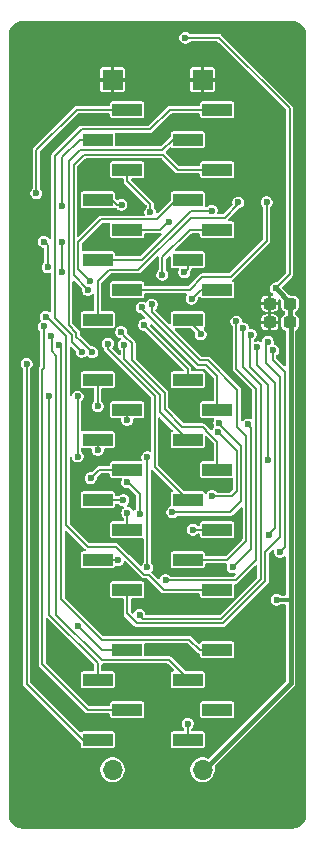
<source format=gbr>
G04 #@! TF.GenerationSoftware,KiCad,Pcbnew,9.0.6*
G04 #@! TF.CreationDate,2025-11-30T20:07:12+09:00*
G04 #@! TF.ProjectId,bionic-z180fsc,62696f6e-6963-42d7-9a31-38306673632e,2*
G04 #@! TF.SameCoordinates,Original*
G04 #@! TF.FileFunction,Copper,L2,Bot*
G04 #@! TF.FilePolarity,Positive*
%FSLAX46Y46*%
G04 Gerber Fmt 4.6, Leading zero omitted, Abs format (unit mm)*
G04 Created by KiCad (PCBNEW 9.0.6) date 2025-11-30 20:07:12*
%MOMM*%
%LPD*%
G01*
G04 APERTURE LIST*
G04 Aperture macros list*
%AMRoundRect*
0 Rectangle with rounded corners*
0 $1 Rounding radius*
0 $2 $3 $4 $5 $6 $7 $8 $9 X,Y pos of 4 corners*
0 Add a 4 corners polygon primitive as box body*
4,1,4,$2,$3,$4,$5,$6,$7,$8,$9,$2,$3,0*
0 Add four circle primitives for the rounded corners*
1,1,$1+$1,$2,$3*
1,1,$1+$1,$4,$5*
1,1,$1+$1,$6,$7*
1,1,$1+$1,$8,$9*
0 Add four rect primitives between the rounded corners*
20,1,$1+$1,$2,$3,$4,$5,0*
20,1,$1+$1,$4,$5,$6,$7,0*
20,1,$1+$1,$6,$7,$8,$9,0*
20,1,$1+$1,$8,$9,$2,$3,0*%
G04 Aperture macros list end*
G04 #@! TA.AperFunction,ComponentPad*
%ADD10O,1.700000X1.700000*%
G04 #@! TD*
G04 #@! TA.AperFunction,SMDPad,CuDef*
%ADD11R,2.510000X1.000000*%
G04 #@! TD*
G04 #@! TA.AperFunction,ComponentPad*
%ADD12R,1.700000X1.700000*%
G04 #@! TD*
G04 #@! TA.AperFunction,SMDPad,CuDef*
%ADD13RoundRect,0.237500X0.300000X0.237500X-0.300000X0.237500X-0.300000X-0.237500X0.300000X-0.237500X0*%
G04 #@! TD*
G04 #@! TA.AperFunction,ViaPad*
%ADD14C,0.600000*%
G04 #@! TD*
G04 #@! TA.AperFunction,Conductor*
%ADD15C,0.200000*%
G04 #@! TD*
G04 #@! TA.AperFunction,Conductor*
%ADD16C,0.400000*%
G04 #@! TD*
G04 #@! TA.AperFunction,Conductor*
%ADD17C,0.300000*%
G04 #@! TD*
G04 APERTURE END LIST*
D10*
X117510000Y-133500000D03*
D11*
X116265400Y-130960000D03*
X118754600Y-128420000D03*
X116265400Y-125880000D03*
X118754600Y-123340000D03*
X118754600Y-118260000D03*
X116265400Y-115720000D03*
X118754600Y-113180000D03*
X116265400Y-110640000D03*
X118754600Y-108100000D03*
X116265400Y-105560000D03*
X118754600Y-103020000D03*
X116265400Y-100480000D03*
X116265400Y-95400000D03*
X118754600Y-92860000D03*
X116265400Y-90320000D03*
X118754600Y-87780000D03*
X116265400Y-85240000D03*
X118754600Y-82700000D03*
X116265400Y-80160000D03*
X118754600Y-77620000D03*
D12*
X117510000Y-75080000D03*
X109890000Y-75080000D03*
D11*
X111134600Y-77620000D03*
X108645400Y-80160000D03*
X111134600Y-82700000D03*
X108645400Y-85240000D03*
X111134600Y-87780000D03*
X108645400Y-90320000D03*
X111134600Y-92860000D03*
X108645400Y-95400000D03*
X108645400Y-100480000D03*
X111134600Y-103020000D03*
X108645400Y-105560000D03*
X111134600Y-108100000D03*
X108645400Y-110640000D03*
X111134600Y-113180000D03*
X108645400Y-115720000D03*
X111134600Y-118260000D03*
X111134600Y-123340000D03*
X108645400Y-125880000D03*
X111134600Y-128420000D03*
X108645400Y-130960000D03*
D10*
X109890000Y-133500000D03*
D13*
X124923500Y-94028400D03*
X123198500Y-94028400D03*
X124924600Y-95628600D03*
X123199600Y-95628600D03*
D14*
X108975600Y-87881600D03*
X124317200Y-75181600D03*
X110296400Y-117091600D03*
X116062200Y-71524000D03*
X123707600Y-92733000D03*
X123783800Y-119098200D03*
X115808200Y-102639000D03*
X108035800Y-96746200D03*
X121345400Y-102689800D03*
X117052800Y-114094400D03*
X107959600Y-103705800D03*
X113344400Y-98930600D03*
X104149600Y-132611000D03*
X110296400Y-111605200D03*
X123504400Y-132865000D03*
X125866600Y-104112200D03*
X109229600Y-82268200D03*
X114970000Y-93926800D03*
X101406400Y-92377400D03*
X101711200Y-102283400D03*
X107934200Y-86662400D03*
X123402800Y-91183600D03*
X114208000Y-104747200D03*
X122158200Y-123949600D03*
X112125200Y-105610800D03*
X110804400Y-110664600D03*
X122945600Y-85443200D03*
X104073400Y-95958800D03*
X111134600Y-111732200D03*
X110655298Y-85671800D03*
X108045400Y-108811200D03*
X103438400Y-84681200D03*
X120532600Y-85468600D03*
X102625600Y-99133800D03*
X105587000Y-85773400D03*
X111134600Y-109166800D03*
X112176000Y-111808400D03*
X111134600Y-103883600D03*
X108645400Y-106423600D03*
X106944000Y-121308000D03*
X106944000Y-106982400D03*
X106944000Y-101877000D03*
X118297400Y-86154400D03*
X113093135Y-86291000D03*
X108645400Y-102715200D03*
X123479000Y-97990800D03*
X124075900Y-115046900D03*
X110347200Y-115770800D03*
X123047200Y-97279600D03*
X114638415Y-87149000D03*
X104540200Y-101851600D03*
X116265400Y-129588400D03*
X116697200Y-113180000D03*
X105587000Y-88821400D03*
X105587000Y-91386800D03*
X110621435Y-96446565D03*
X109509000Y-97432000D03*
X113217400Y-94104600D03*
X114106400Y-91590000D03*
X104225800Y-95146000D03*
X112353800Y-94358600D03*
X116595600Y-93622000D03*
X105353000Y-97559000D03*
X107822137Y-92872110D03*
X115973300Y-91399500D03*
X117357600Y-96644600D03*
X104387800Y-90949000D03*
X110824635Y-97538765D03*
X104073400Y-88796000D03*
X108167965Y-98163435D03*
X112572919Y-95841281D03*
X107992535Y-92090465D03*
X107273800Y-98117800D03*
X104685800Y-96749000D03*
X112836400Y-116370800D03*
X112836400Y-107033200D03*
X123131300Y-113619700D03*
X122148600Y-97736800D03*
X123037600Y-107312600D03*
X121599400Y-96660400D03*
X121345400Y-104264600D03*
X120050000Y-116370800D03*
X118322800Y-110335200D03*
X118812935Y-104917465D03*
X114380946Y-117441724D03*
X120380200Y-95527000D03*
X120980200Y-96136600D03*
X112176000Y-120368200D03*
X118932400Y-104112200D03*
X114948975Y-111689916D03*
D15*
X112836400Y-107033200D02*
X112836400Y-116370800D01*
X111134600Y-109166800D02*
X111160000Y-109166800D01*
X112176000Y-110182800D02*
X112176000Y-111808400D01*
X111160000Y-109166800D02*
X112176000Y-110182800D01*
X110347200Y-115770800D02*
X110296400Y-115720000D01*
X110296400Y-115720000D02*
X108645400Y-115720000D01*
X106944000Y-101877000D02*
X106944000Y-106982400D01*
X114638415Y-87149000D02*
X114496785Y-87149000D01*
X114496785Y-87149000D02*
X114492785Y-87145000D01*
X114492785Y-87145000D02*
X114492785Y-87190415D01*
X114492785Y-87190415D02*
X113903200Y-87780000D01*
X113903200Y-87780000D02*
X111134600Y-87780000D01*
X107992535Y-92080135D02*
X106994400Y-91082000D01*
X106994400Y-88846800D02*
X108950200Y-86891000D01*
X108950200Y-86891000D02*
X113649200Y-86891000D01*
X106994400Y-91082000D02*
X106994400Y-88846800D01*
X107992535Y-92090465D02*
X107992535Y-92080135D01*
X113649200Y-86891000D02*
X115300200Y-85240000D01*
X115300200Y-85240000D02*
X116265400Y-85240000D01*
X113217400Y-94104600D02*
X113217400Y-94739600D01*
X113217400Y-94739600D02*
X117312200Y-98834400D01*
X117312200Y-98834400D02*
X117972600Y-98834400D01*
X121207600Y-114105200D02*
X119592800Y-115720000D01*
X120456400Y-101318200D02*
X120456400Y-104442400D01*
X117972600Y-98834400D02*
X120456400Y-101318200D01*
X121207600Y-105896500D02*
X121207600Y-114105200D01*
X120456400Y-104442400D02*
X121223800Y-105209800D01*
X121223800Y-105880300D02*
X121207600Y-105896500D01*
X121223800Y-105209800D02*
X121223800Y-105880300D01*
X119592800Y-115720000D02*
X116265400Y-115720000D01*
X104225800Y-95146000D02*
X104327400Y-95146000D01*
X114208000Y-118260000D02*
X118754600Y-118260000D01*
X105953000Y-112773600D02*
X107794500Y-114615100D01*
X104327400Y-95146000D02*
X105953000Y-96771600D01*
X105953000Y-96771600D02*
X105953000Y-112773600D01*
X107794500Y-114615100D02*
X110194800Y-114615100D01*
X110194800Y-114615100D02*
X112569700Y-116990000D01*
X112569700Y-116990000D02*
X112938000Y-116990000D01*
X112938000Y-116990000D02*
X114208000Y-118260000D01*
X114386422Y-117447200D02*
X120304000Y-117447200D01*
X114380946Y-117441724D02*
X114386422Y-117447200D01*
X120304000Y-117447200D02*
X122031200Y-115720000D01*
X122031200Y-101242000D02*
X120380200Y-99591000D01*
X122031200Y-115720000D02*
X122031200Y-101242000D01*
X120380200Y-99591000D02*
X120380200Y-95527000D01*
X120050000Y-116370800D02*
X120059600Y-116370800D01*
X121624800Y-104544000D02*
X121345400Y-104264600D01*
X120059600Y-116370800D02*
X121624800Y-114805600D01*
X121624800Y-114805600D02*
X121624800Y-104544000D01*
X112176000Y-120368200D02*
X112506200Y-120698400D01*
X120913600Y-96203200D02*
X120980200Y-96136600D01*
X112506200Y-120698400D02*
X119076500Y-120698400D01*
X122437600Y-117337300D02*
X122437600Y-100937200D01*
X122437600Y-100937200D02*
X120913600Y-99413200D01*
X119076500Y-120698400D02*
X122437600Y-117337300D01*
X120913600Y-99413200D02*
X120913600Y-96203200D01*
X123047200Y-97279600D02*
X122844000Y-97482800D01*
X122844000Y-97482800D02*
X122844000Y-99074400D01*
X122844000Y-99074400D02*
X124057800Y-100288200D01*
X111134600Y-120266600D02*
X111134600Y-118260000D01*
X124057800Y-100288200D02*
X124057800Y-113820400D01*
X124057800Y-113820400D02*
X122838600Y-115039600D01*
X122838600Y-115039600D02*
X122838600Y-117503400D01*
X119237200Y-121104800D02*
X111972800Y-121104800D01*
X122838600Y-117503400D02*
X119237200Y-121104800D01*
X111972800Y-121104800D02*
X111134600Y-120266600D01*
X116062200Y-71524000D02*
X118932400Y-71524000D01*
X118932400Y-71524000D02*
X124876000Y-77467600D01*
X124876000Y-91564600D02*
X123707600Y-92733000D01*
X124876000Y-77467600D02*
X124876000Y-91564600D01*
X103438400Y-84681200D02*
X103438400Y-81023600D01*
X103438400Y-81023600D02*
X106842000Y-77620000D01*
X106842000Y-77620000D02*
X111134600Y-77620000D01*
X104073400Y-95958800D02*
X104073400Y-99489400D01*
X104073400Y-99489400D02*
X103946400Y-99616400D01*
X103946400Y-99616400D02*
X103946400Y-101595457D01*
X103946400Y-101595457D02*
X103939200Y-101602657D01*
X103939200Y-101602657D02*
X103939200Y-124552000D01*
X103939200Y-124552000D02*
X107807200Y-128420000D01*
X107807200Y-128420000D02*
X111134600Y-128420000D01*
X106836600Y-96832070D02*
X106836600Y-96503900D01*
X108167965Y-98163435D02*
X107874800Y-97870270D01*
X107216530Y-97212000D02*
X106836600Y-96832070D01*
X106187000Y-95854300D02*
X106187000Y-81932600D01*
X106187000Y-81932600D02*
X107096000Y-81023600D01*
X107874800Y-97870270D02*
X107874800Y-97868857D01*
X107874800Y-97868857D02*
X107217943Y-97212000D01*
X114106400Y-81023600D02*
X114970000Y-80160000D01*
X106836600Y-96503900D02*
X106187000Y-95854300D01*
X107096000Y-81023600D02*
X114106400Y-81023600D01*
X107217943Y-97212000D02*
X107216530Y-97212000D01*
X114970000Y-80160000D02*
X116265400Y-80160000D01*
X104988800Y-90700057D02*
X104986000Y-90697257D01*
X104986000Y-91200743D02*
X104988800Y-91197943D01*
X104986000Y-95220400D02*
X104986000Y-91200743D01*
X106435600Y-97279600D02*
X106435600Y-96670000D01*
X107273800Y-98117800D02*
X106435600Y-97279600D01*
X114741400Y-77620000D02*
X118754600Y-77620000D01*
X104988800Y-91197943D02*
X104988800Y-90700057D01*
X104986000Y-90697257D02*
X104986000Y-88572457D01*
X104986000Y-88572457D02*
X104987800Y-88570657D01*
X113090400Y-79271000D02*
X114741400Y-77620000D01*
X104987800Y-88570657D02*
X104987800Y-86232016D01*
X104987800Y-86232016D02*
X104986000Y-86230216D01*
X106435600Y-96670000D02*
X104986000Y-95220400D01*
X104986000Y-86230216D02*
X104986000Y-85732330D01*
X104986000Y-85732330D02*
X104987800Y-85730530D01*
X104987800Y-85730530D02*
X104987800Y-81557000D01*
X104987800Y-81557000D02*
X107273800Y-79271000D01*
X107273800Y-79271000D02*
X113090400Y-79271000D01*
X120532600Y-85468600D02*
X120532600Y-85621000D01*
X108645400Y-92136100D02*
X108645400Y-95400000D01*
X120532600Y-85621000D02*
X119389600Y-86764000D01*
X119389600Y-86764000D02*
X116502300Y-86764000D01*
X116502300Y-86764000D02*
X112082700Y-91183600D01*
X112082700Y-91183600D02*
X109597900Y-91183600D01*
X109597900Y-91183600D02*
X108645400Y-92136100D01*
X107822137Y-92872110D02*
X107822137Y-92850553D01*
X107457000Y-81424600D02*
X114151800Y-81424600D01*
X107822137Y-92850553D02*
X106588000Y-91616416D01*
X106588000Y-91616416D02*
X106588000Y-82293600D01*
X106588000Y-82293600D02*
X107457000Y-81424600D01*
X114151800Y-81424600D02*
X115427200Y-82700000D01*
X115427200Y-82700000D02*
X118754600Y-82700000D01*
X105587000Y-85773400D02*
X105597400Y-85763000D01*
X105597400Y-85763000D02*
X105597400Y-81658600D01*
X105597400Y-81658600D02*
X107096000Y-80160000D01*
X107096000Y-80160000D02*
X108645400Y-80160000D01*
D16*
X117510000Y-133500000D02*
X117662400Y-133500000D01*
X117662400Y-133500000D02*
X124977600Y-126184800D01*
X124977600Y-126184800D02*
X124977600Y-119098200D01*
D15*
X104685800Y-96749000D02*
X104733800Y-96797000D01*
X104733800Y-96797000D02*
X104733800Y-98041600D01*
X104733800Y-98041600D02*
X105140200Y-98448000D01*
X105140200Y-98448000D02*
X105140200Y-120368200D01*
X105140200Y-120368200D02*
X108975600Y-124203600D01*
X108975600Y-124203600D02*
X114690600Y-124203600D01*
X114690600Y-124203600D02*
X116265400Y-125778400D01*
X116265400Y-125778400D02*
X116265400Y-125880000D01*
X105353000Y-97559000D02*
X105546600Y-97752600D01*
X105546600Y-97752600D02*
X105546600Y-119047400D01*
X105546600Y-119047400D02*
X108975600Y-122476400D01*
X108975600Y-122476400D02*
X116392400Y-122476400D01*
X116392400Y-122476400D02*
X117256000Y-123340000D01*
X117256000Y-123340000D02*
X118754600Y-123340000D01*
X108645400Y-125880000D02*
X108645400Y-124483000D01*
X108645400Y-124483000D02*
X104540200Y-120377800D01*
X104540200Y-120377800D02*
X104540200Y-101851600D01*
X110221000Y-110664600D02*
X110220200Y-110665400D01*
X110804400Y-110664600D02*
X110221000Y-110664600D01*
X110220200Y-110665400D02*
X108670800Y-110665400D01*
X108670800Y-110665400D02*
X108645400Y-110640000D01*
D16*
X124924600Y-95628600D02*
X124924600Y-94029500D01*
X124977600Y-119098200D02*
X124977600Y-95681600D01*
X124923500Y-94028400D02*
X124923500Y-93948900D01*
D17*
X123783800Y-119098200D02*
X124977600Y-119098200D01*
D16*
X124924600Y-94029500D02*
X124923500Y-94028400D01*
X124923500Y-93948900D02*
X123707600Y-92733000D01*
X124977600Y-95681600D02*
X124924600Y-95628600D01*
D15*
X117497300Y-91780500D02*
X116417800Y-92860000D01*
X122945600Y-85443200D02*
X122945600Y-88719800D01*
X116417800Y-92860000D02*
X111134600Y-92860000D01*
X122945600Y-88719800D02*
X119884900Y-91780500D01*
X119884900Y-91780500D02*
X117497300Y-91780500D01*
X111134600Y-111732200D02*
X111134600Y-113180000D01*
X110655298Y-85671800D02*
X110296400Y-85671800D01*
X110296400Y-85671800D02*
X109864600Y-85240000D01*
X109864600Y-85240000D02*
X108645400Y-85240000D01*
X108756600Y-108100000D02*
X111134600Y-108100000D01*
X108045400Y-108811200D02*
X108756600Y-108100000D01*
X108594600Y-131010800D02*
X108645400Y-130960000D01*
X102625600Y-126210200D02*
X107426200Y-131010800D01*
X102625600Y-99133800D02*
X102625600Y-126210200D01*
X107426200Y-131010800D02*
X108594600Y-131010800D01*
X111134600Y-103883600D02*
X111134600Y-103020000D01*
X108645400Y-106423600D02*
X108645400Y-105560000D01*
X109001000Y-123340000D02*
X111134600Y-123340000D01*
X106944000Y-121308000D02*
X106969000Y-121308000D01*
X106969000Y-121308000D02*
X109001000Y-123340000D01*
X118297400Y-86154400D02*
X116544800Y-86154400D01*
X116544800Y-86154400D02*
X112379200Y-90320000D01*
X112379200Y-90320000D02*
X108645400Y-90320000D01*
X111134600Y-83639800D02*
X111134600Y-82700000D01*
X113093135Y-85598335D02*
X111134600Y-83639800D01*
X113093135Y-86291000D02*
X113093135Y-85598335D01*
X108645400Y-102715200D02*
X108645400Y-100480000D01*
X124458800Y-114664000D02*
X124075900Y-115046900D01*
X123453600Y-98803600D02*
X124458800Y-99808800D01*
X123453600Y-98016200D02*
X123453600Y-98803600D01*
X123479000Y-97990800D02*
X123453600Y-98016200D01*
X124458800Y-99808800D02*
X124458800Y-114664000D01*
X116265400Y-129588400D02*
X116265400Y-130960000D01*
X118754600Y-113180000D02*
X116697200Y-113180000D01*
X111425635Y-97289822D02*
X111425635Y-97291235D01*
X115782800Y-104467800D02*
X117510000Y-104467800D01*
X117801200Y-104759000D02*
X117821400Y-104759000D01*
X110601200Y-96466800D02*
X111072165Y-96937765D01*
X117510000Y-104467800D02*
X117801200Y-104759000D01*
X117821400Y-104779200D02*
X118754600Y-105712400D01*
X111425635Y-97291235D02*
X111541000Y-97406600D01*
X105587000Y-88821400D02*
X105587000Y-91386800D01*
X111072165Y-96937765D02*
X111073578Y-96937765D01*
X114304200Y-102989200D02*
X115782800Y-104467800D01*
X111541000Y-97406600D02*
X111541000Y-98812400D01*
X111541000Y-98812400D02*
X114304200Y-101575600D01*
X111073578Y-96937765D02*
X111425635Y-97289822D01*
X118754600Y-105712400D02*
X118754600Y-108100000D01*
X114304200Y-101575600D02*
X114304200Y-102989200D01*
X110621435Y-96446565D02*
X110601200Y-96466800D01*
X117821400Y-104759000D02*
X117821400Y-104779200D01*
X113471400Y-107846000D02*
X116265400Y-110640000D01*
X109509000Y-97914600D02*
X113471400Y-101877000D01*
X109509000Y-97432000D02*
X109509000Y-97914600D01*
X113471400Y-101877000D02*
X113471400Y-107846000D01*
X116448400Y-87780000D02*
X118754600Y-87780000D01*
X114106400Y-91590000D02*
X114106400Y-90122000D01*
X114106400Y-90122000D02*
X116448400Y-87780000D01*
X117806500Y-99235400D02*
X118754600Y-100183500D01*
X118754600Y-100183500D02*
X118754600Y-103020000D01*
X112353800Y-94485600D02*
X117103600Y-99235400D01*
X117103600Y-99235400D02*
X117806500Y-99235400D01*
X112353800Y-94358600D02*
X112353800Y-94485600D01*
X118754600Y-92860000D02*
X117357600Y-92860000D01*
X117357600Y-92860000D02*
X116595600Y-93622000D01*
X115973300Y-91399500D02*
X116265400Y-91107400D01*
X116265400Y-91107400D02*
X116265400Y-90320000D01*
X117357600Y-96492200D02*
X116265400Y-95400000D01*
X117357600Y-96644600D02*
X117357600Y-96492200D01*
X110880600Y-97635200D02*
X110880600Y-98719100D01*
X110824635Y-97538765D02*
X110824635Y-97579235D01*
X116240000Y-105560000D02*
X116265400Y-105560000D01*
X110880600Y-98719100D02*
X113903200Y-101741700D01*
X104387800Y-89110400D02*
X104387800Y-90949000D01*
X104073400Y-88796000D02*
X104387800Y-89110400D01*
X113903200Y-103223200D02*
X116240000Y-105560000D01*
X113903200Y-101741700D02*
X113903200Y-103223200D01*
X110824635Y-97579235D02*
X110880600Y-97635200D01*
X112557000Y-95857200D02*
X116265400Y-99565600D01*
X116265400Y-99565600D02*
X116265400Y-100480000D01*
X112572919Y-95841281D02*
X112557000Y-95857200D01*
X123131300Y-113578500D02*
X123131300Y-113619700D01*
X122148600Y-97736800D02*
X122148600Y-99251200D01*
X122148600Y-99251200D02*
X123656800Y-100759400D01*
X123656800Y-113053000D02*
X123131300Y-113578500D01*
X123656800Y-100759400D02*
X123656800Y-113053000D01*
X123021800Y-100937200D02*
X123021800Y-107296800D01*
X121599400Y-96660400D02*
X121513600Y-96746200D01*
X123021800Y-107296800D02*
X123037600Y-107312600D01*
X121513600Y-96746200D02*
X121513600Y-99429000D01*
X121513600Y-99429000D02*
X123021800Y-100937200D01*
X118812935Y-104917465D02*
X118812935Y-104932535D01*
X120405600Y-106525200D02*
X120405600Y-109903400D01*
X118812935Y-104932535D02*
X120405600Y-106525200D01*
X120405600Y-109903400D02*
X119973800Y-110335200D01*
X119973800Y-110335200D02*
X118322800Y-110335200D01*
X120806600Y-110747000D02*
X119846800Y-111706800D01*
X118932400Y-104188400D02*
X120806600Y-106062600D01*
X120806600Y-106062600D02*
X120806600Y-110747000D01*
X114965859Y-111706800D02*
X114948975Y-111689916D01*
X119846800Y-111706800D02*
X114965859Y-111706800D01*
X118932400Y-104112200D02*
X118932400Y-104188400D01*
G04 #@! TA.AperFunction,Conductor*
G36*
X113305901Y-108105472D02*
G01*
X114149429Y-108949000D01*
X114984194Y-109783765D01*
X115011971Y-109838282D01*
X115002400Y-109898714D01*
X114959135Y-109941979D01*
X114933515Y-109950865D01*
X114932172Y-109951132D01*
X114932166Y-109951134D01*
X114865851Y-109995445D01*
X114865845Y-109995451D01*
X114821534Y-110061766D01*
X114821532Y-110061772D01*
X114809901Y-110120241D01*
X114809900Y-110120253D01*
X114809900Y-111135124D01*
X114790993Y-111193315D01*
X114760401Y-111220860D01*
X114641663Y-111289414D01*
X114548471Y-111382606D01*
X114482584Y-111496725D01*
X114468482Y-111549355D01*
X114448475Y-111624024D01*
X114448475Y-111755808D01*
X114459805Y-111798092D01*
X114482584Y-111883106D01*
X114548471Y-111997225D01*
X114548473Y-111997227D01*
X114548475Y-111997230D01*
X114641661Y-112090416D01*
X114641663Y-112090417D01*
X114641665Y-112090419D01*
X114755785Y-112156306D01*
X114755783Y-112156306D01*
X114755787Y-112156307D01*
X114755789Y-112156308D01*
X114883083Y-112190416D01*
X114883085Y-112190416D01*
X115014865Y-112190416D01*
X115014867Y-112190416D01*
X115142161Y-112156308D01*
X115142163Y-112156306D01*
X115142165Y-112156306D01*
X115256284Y-112090419D01*
X115256284Y-112090418D01*
X115256289Y-112090416D01*
X115283349Y-112063355D01*
X115310410Y-112036296D01*
X115364927Y-112008519D01*
X115380413Y-112007300D01*
X119886363Y-112007300D01*
X119886363Y-112007299D01*
X119962789Y-111986821D01*
X120031311Y-111947260D01*
X120087260Y-111891311D01*
X120738096Y-111240475D01*
X120792613Y-111212698D01*
X120853045Y-111222269D01*
X120896310Y-111265534D01*
X120907100Y-111310479D01*
X120907100Y-113939721D01*
X120888193Y-113997912D01*
X120878104Y-114009725D01*
X119497325Y-115390504D01*
X119442808Y-115418281D01*
X119427321Y-115419500D01*
X117819900Y-115419500D01*
X117761709Y-115400593D01*
X117725745Y-115351093D01*
X117720900Y-115320500D01*
X117720900Y-115200253D01*
X117720898Y-115200241D01*
X117710285Y-115146888D01*
X117709267Y-115141769D01*
X117664952Y-115075448D01*
X117664948Y-115075445D01*
X117598633Y-115031134D01*
X117598631Y-115031133D01*
X117598628Y-115031132D01*
X117598627Y-115031132D01*
X117540158Y-115019501D01*
X117540148Y-115019500D01*
X114990652Y-115019500D01*
X114990651Y-115019500D01*
X114990641Y-115019501D01*
X114932172Y-115031132D01*
X114932166Y-115031134D01*
X114865851Y-115075445D01*
X114865845Y-115075451D01*
X114821534Y-115141766D01*
X114821532Y-115141772D01*
X114809901Y-115200241D01*
X114809900Y-115200253D01*
X114809900Y-116239746D01*
X114809901Y-116239758D01*
X114821532Y-116298227D01*
X114821534Y-116298233D01*
X114825995Y-116304909D01*
X114865848Y-116364552D01*
X114932169Y-116408867D01*
X114976631Y-116417711D01*
X114990641Y-116420498D01*
X114990646Y-116420498D01*
X114990652Y-116420500D01*
X114990653Y-116420500D01*
X117540147Y-116420500D01*
X117540148Y-116420500D01*
X117598631Y-116408867D01*
X117664952Y-116364552D01*
X117709267Y-116298231D01*
X117720900Y-116239748D01*
X117720900Y-116119500D01*
X117739807Y-116061309D01*
X117789307Y-116025345D01*
X117819900Y-116020500D01*
X119502845Y-116020500D01*
X119561036Y-116039407D01*
X119597000Y-116088907D01*
X119597000Y-116150093D01*
X119588580Y-116169003D01*
X119583608Y-116177612D01*
X119567645Y-116237190D01*
X119549500Y-116304908D01*
X119549500Y-116436692D01*
X119577969Y-116542940D01*
X119583609Y-116563990D01*
X119649496Y-116678109D01*
X119649498Y-116678111D01*
X119649500Y-116678114D01*
X119742686Y-116771300D01*
X119742688Y-116771301D01*
X119742690Y-116771303D01*
X119856810Y-116837190D01*
X119856808Y-116837190D01*
X119856812Y-116837191D01*
X119856814Y-116837192D01*
X119984108Y-116871300D01*
X119984110Y-116871300D01*
X120115890Y-116871300D01*
X120115892Y-116871300D01*
X120222143Y-116842830D01*
X120283241Y-116846032D01*
X120330791Y-116884537D01*
X120346627Y-116943638D01*
X120324701Y-117000759D01*
X120317767Y-117008460D01*
X120208525Y-117117703D01*
X120154008Y-117145481D01*
X120138521Y-117146700D01*
X114834743Y-117146700D01*
X114776552Y-117127793D01*
X114764745Y-117117709D01*
X114688260Y-117041224D01*
X114688257Y-117041222D01*
X114688255Y-117041220D01*
X114574135Y-116975333D01*
X114574137Y-116975333D01*
X114524745Y-116962099D01*
X114446838Y-116941224D01*
X114315054Y-116941224D01*
X114237146Y-116962099D01*
X114187755Y-116975333D01*
X114073636Y-117041220D01*
X113980442Y-117134414D01*
X113914555Y-117248534D01*
X113914553Y-117248538D01*
X113897006Y-117314025D01*
X113863682Y-117365339D01*
X113806561Y-117387265D01*
X113747460Y-117371429D01*
X113731376Y-117358405D01*
X113213996Y-116841025D01*
X113186219Y-116786508D01*
X113195790Y-116726076D01*
X113213998Y-116701016D01*
X113236900Y-116678114D01*
X113302790Y-116563990D01*
X113302790Y-116563988D01*
X113302792Y-116563986D01*
X113336900Y-116436692D01*
X113336900Y-116304908D01*
X113302792Y-116177614D01*
X113302790Y-116177611D01*
X113302790Y-116177609D01*
X113236903Y-116063490D01*
X113236901Y-116063488D01*
X113236900Y-116063486D01*
X113165894Y-115992480D01*
X113138119Y-115937966D01*
X113136900Y-115922479D01*
X113136900Y-113114108D01*
X116196700Y-113114108D01*
X116196700Y-113245892D01*
X116212561Y-113305086D01*
X116230809Y-113373190D01*
X116296696Y-113487309D01*
X116296698Y-113487311D01*
X116296700Y-113487314D01*
X116389886Y-113580500D01*
X116389888Y-113580501D01*
X116389890Y-113580503D01*
X116504010Y-113646390D01*
X116504008Y-113646390D01*
X116504012Y-113646391D01*
X116504014Y-113646392D01*
X116631308Y-113680500D01*
X116631310Y-113680500D01*
X116763090Y-113680500D01*
X116763092Y-113680500D01*
X116890386Y-113646392D01*
X116890388Y-113646390D01*
X116890390Y-113646390D01*
X117004509Y-113580503D01*
X117004509Y-113580502D01*
X117004514Y-113580500D01*
X117075519Y-113509494D01*
X117082634Y-113505869D01*
X117087330Y-113499407D01*
X117109378Y-113492243D01*
X117130034Y-113481719D01*
X117145521Y-113480500D01*
X117200100Y-113480500D01*
X117258291Y-113499407D01*
X117294255Y-113548907D01*
X117299100Y-113579500D01*
X117299100Y-113699746D01*
X117299101Y-113699758D01*
X117310732Y-113758227D01*
X117310733Y-113758231D01*
X117355048Y-113824552D01*
X117421369Y-113868867D01*
X117465831Y-113877711D01*
X117479841Y-113880498D01*
X117479846Y-113880498D01*
X117479852Y-113880500D01*
X117479853Y-113880500D01*
X120029347Y-113880500D01*
X120029348Y-113880500D01*
X120087831Y-113868867D01*
X120154152Y-113824552D01*
X120198467Y-113758231D01*
X120210100Y-113699748D01*
X120210100Y-112660252D01*
X120207887Y-112649129D01*
X120199730Y-112608121D01*
X120198467Y-112601769D01*
X120154152Y-112535448D01*
X120154148Y-112535445D01*
X120087833Y-112491134D01*
X120087831Y-112491133D01*
X120087828Y-112491132D01*
X120087827Y-112491132D01*
X120029358Y-112479501D01*
X120029348Y-112479500D01*
X117479852Y-112479500D01*
X117479851Y-112479500D01*
X117479841Y-112479501D01*
X117421372Y-112491132D01*
X117421366Y-112491134D01*
X117355051Y-112535445D01*
X117355045Y-112535451D01*
X117310734Y-112601766D01*
X117310732Y-112601772D01*
X117299101Y-112660241D01*
X117299100Y-112660253D01*
X117299100Y-112780500D01*
X117294255Y-112795411D01*
X117294255Y-112811093D01*
X117285038Y-112823778D01*
X117280193Y-112838691D01*
X117267507Y-112847907D01*
X117258291Y-112860593D01*
X117243378Y-112865438D01*
X117230693Y-112874655D01*
X117200100Y-112879500D01*
X117145521Y-112879500D01*
X117087330Y-112860593D01*
X117075523Y-112850509D01*
X117004514Y-112779500D01*
X117004511Y-112779498D01*
X117004509Y-112779496D01*
X116890389Y-112713609D01*
X116890391Y-112713609D01*
X116840999Y-112700375D01*
X116763092Y-112679500D01*
X116631308Y-112679500D01*
X116553400Y-112700375D01*
X116504009Y-112713609D01*
X116389890Y-112779496D01*
X116296696Y-112872690D01*
X116230809Y-112986809D01*
X116230808Y-112986814D01*
X116196700Y-113114108D01*
X113136900Y-113114108D01*
X113136900Y-108175478D01*
X113155807Y-108117287D01*
X113205307Y-108081323D01*
X113266493Y-108081323D01*
X113305901Y-108105472D01*
G37*
G04 #@! TD.AperFunction*
G04 #@! TA.AperFunction,Conductor*
G36*
X113940904Y-103685875D02*
G01*
X114964575Y-104709546D01*
X114992352Y-104764063D01*
X114982781Y-104824495D01*
X114939516Y-104867760D01*
X114932457Y-104871014D01*
X114932167Y-104871133D01*
X114865851Y-104915445D01*
X114865845Y-104915451D01*
X114821534Y-104981766D01*
X114821532Y-104981772D01*
X114809901Y-105040241D01*
X114809900Y-105040253D01*
X114809900Y-106079746D01*
X114809901Y-106079758D01*
X114821532Y-106138227D01*
X114821534Y-106138233D01*
X114865845Y-106204548D01*
X114865848Y-106204552D01*
X114932169Y-106248867D01*
X114976631Y-106257711D01*
X114990641Y-106260498D01*
X114990646Y-106260498D01*
X114990652Y-106260500D01*
X114990653Y-106260500D01*
X117540147Y-106260500D01*
X117540148Y-106260500D01*
X117598631Y-106248867D01*
X117664952Y-106204552D01*
X117709267Y-106138231D01*
X117720900Y-106079748D01*
X117720900Y-105342679D01*
X117739807Y-105284488D01*
X117789307Y-105248524D01*
X117850493Y-105248524D01*
X117889904Y-105272675D01*
X118425104Y-105807875D01*
X118452881Y-105862392D01*
X118454100Y-105877879D01*
X118454100Y-107300500D01*
X118435193Y-107358691D01*
X118385693Y-107394655D01*
X118355100Y-107399500D01*
X117479852Y-107399500D01*
X117479851Y-107399500D01*
X117479841Y-107399501D01*
X117421372Y-107411132D01*
X117421366Y-107411134D01*
X117355051Y-107455445D01*
X117355045Y-107455451D01*
X117310734Y-107521766D01*
X117310732Y-107521772D01*
X117299101Y-107580241D01*
X117299100Y-107580253D01*
X117299100Y-108619746D01*
X117299101Y-108619758D01*
X117310732Y-108678227D01*
X117310734Y-108678233D01*
X117337631Y-108718486D01*
X117355048Y-108744552D01*
X117421369Y-108788867D01*
X117465831Y-108797711D01*
X117479841Y-108800498D01*
X117479846Y-108800498D01*
X117479852Y-108800500D01*
X117479853Y-108800500D01*
X120006100Y-108800500D01*
X120064291Y-108819407D01*
X120100255Y-108868907D01*
X120105100Y-108899500D01*
X120105100Y-109737921D01*
X120086193Y-109796112D01*
X120076104Y-109807925D01*
X119878325Y-110005704D01*
X119823808Y-110033481D01*
X119808321Y-110034700D01*
X118771121Y-110034700D01*
X118712930Y-110015793D01*
X118701123Y-110005709D01*
X118630114Y-109934700D01*
X118630111Y-109934698D01*
X118630109Y-109934696D01*
X118515989Y-109868809D01*
X118515991Y-109868809D01*
X118466599Y-109855575D01*
X118388692Y-109834700D01*
X118256908Y-109834700D01*
X118179000Y-109855575D01*
X118129609Y-109868809D01*
X118015490Y-109934696D01*
X117922298Y-110027888D01*
X117890359Y-110083207D01*
X117844889Y-110124148D01*
X117784038Y-110130542D01*
X117731051Y-110099949D01*
X117715853Y-110069592D01*
X117712997Y-110070776D01*
X117709267Y-110061772D01*
X117709267Y-110061769D01*
X117664952Y-109995448D01*
X117664948Y-109995445D01*
X117598633Y-109951134D01*
X117598631Y-109951133D01*
X117598628Y-109951132D01*
X117598627Y-109951132D01*
X117540158Y-109939501D01*
X117540148Y-109939500D01*
X117540147Y-109939500D01*
X116030879Y-109939500D01*
X115972688Y-109920593D01*
X115960875Y-109910504D01*
X113800896Y-107750525D01*
X113773119Y-107696008D01*
X113771900Y-107680521D01*
X113771900Y-103755879D01*
X113790807Y-103697688D01*
X113840307Y-103661724D01*
X113901493Y-103661724D01*
X113940904Y-103685875D01*
G37*
G04 #@! TD.AperFunction*
G04 #@! TA.AperFunction,Conductor*
G36*
X109638291Y-87210407D02*
G01*
X109674255Y-87259907D01*
X109679100Y-87290500D01*
X109679100Y-88299746D01*
X109679101Y-88299758D01*
X109690732Y-88358227D01*
X109690734Y-88358233D01*
X109729284Y-88415926D01*
X109735048Y-88424552D01*
X109801369Y-88468867D01*
X109845831Y-88477711D01*
X109859841Y-88480498D01*
X109859846Y-88480498D01*
X109859852Y-88480500D01*
X109859853Y-88480500D01*
X112409347Y-88480500D01*
X112409348Y-88480500D01*
X112467831Y-88468867D01*
X112534152Y-88424552D01*
X112578467Y-88358231D01*
X112590100Y-88299748D01*
X112590100Y-88179500D01*
X112609007Y-88121309D01*
X112658507Y-88085345D01*
X112689100Y-88080500D01*
X113949251Y-88080500D01*
X113949251Y-88081746D01*
X114002779Y-88091662D01*
X114044901Y-88136039D01*
X114052894Y-88196700D01*
X114025554Y-88248674D01*
X112283725Y-89990504D01*
X112229208Y-90018281D01*
X112213721Y-90019500D01*
X110199900Y-90019500D01*
X110141709Y-90000593D01*
X110105745Y-89951093D01*
X110100900Y-89920500D01*
X110100900Y-89800253D01*
X110100898Y-89800241D01*
X110098111Y-89786231D01*
X110089267Y-89741769D01*
X110044952Y-89675448D01*
X109995899Y-89642671D01*
X109978633Y-89631134D01*
X109978631Y-89631133D01*
X109978628Y-89631132D01*
X109978627Y-89631132D01*
X109920158Y-89619501D01*
X109920148Y-89619500D01*
X107393900Y-89619500D01*
X107335709Y-89600593D01*
X107299745Y-89551093D01*
X107294900Y-89520500D01*
X107294900Y-89012279D01*
X107313807Y-88954088D01*
X107323896Y-88942275D01*
X109045675Y-87220496D01*
X109100192Y-87192719D01*
X109115679Y-87191500D01*
X109580100Y-87191500D01*
X109638291Y-87210407D01*
G37*
G04 #@! TD.AperFunction*
G04 #@! TA.AperFunction,Conductor*
G36*
X125134309Y-70100877D02*
G01*
X125324457Y-70117512D01*
X125341437Y-70120505D01*
X125521635Y-70168789D01*
X125537839Y-70174687D01*
X125706902Y-70253523D01*
X125721842Y-70262149D01*
X125874641Y-70369140D01*
X125887861Y-70380232D01*
X126019767Y-70512138D01*
X126030859Y-70525358D01*
X126137850Y-70678157D01*
X126146478Y-70693101D01*
X126225308Y-70862151D01*
X126231211Y-70878368D01*
X126279492Y-71058555D01*
X126282488Y-71075550D01*
X126299123Y-71265690D01*
X126299500Y-71274318D01*
X126299500Y-137305681D01*
X126299123Y-137314309D01*
X126282488Y-137504449D01*
X126279492Y-137521444D01*
X126231211Y-137701631D01*
X126225308Y-137717848D01*
X126146478Y-137886898D01*
X126137850Y-137901842D01*
X126030859Y-138054641D01*
X126019767Y-138067861D01*
X125887861Y-138199767D01*
X125874641Y-138210859D01*
X125721842Y-138317850D01*
X125706898Y-138326478D01*
X125537848Y-138405308D01*
X125521631Y-138411211D01*
X125341444Y-138459492D01*
X125324449Y-138462488D01*
X125134309Y-138479123D01*
X125125681Y-138479500D01*
X102274319Y-138479500D01*
X102265691Y-138479123D01*
X102075550Y-138462488D01*
X102058555Y-138459492D01*
X101878368Y-138411211D01*
X101862154Y-138405309D01*
X101693100Y-138326477D01*
X101678157Y-138317850D01*
X101525358Y-138210859D01*
X101512138Y-138199767D01*
X101380232Y-138067861D01*
X101369140Y-138054641D01*
X101262149Y-137901842D01*
X101253523Y-137886902D01*
X101174687Y-137717839D01*
X101168788Y-137701631D01*
X101149843Y-137630926D01*
X101120505Y-137521437D01*
X101117512Y-137504457D01*
X101100877Y-137314309D01*
X101100500Y-137305681D01*
X101100500Y-133396532D01*
X108839500Y-133396532D01*
X108839500Y-133603467D01*
X108879869Y-133806418D01*
X108959058Y-133997597D01*
X108959059Y-133997598D01*
X109074023Y-134169655D01*
X109220345Y-134315977D01*
X109392402Y-134430941D01*
X109583580Y-134510130D01*
X109786535Y-134550500D01*
X109786536Y-134550500D01*
X109993464Y-134550500D01*
X109993465Y-134550500D01*
X110196420Y-134510130D01*
X110387598Y-134430941D01*
X110559655Y-134315977D01*
X110705977Y-134169655D01*
X110820941Y-133997598D01*
X110900130Y-133806420D01*
X110940500Y-133603465D01*
X110940500Y-133396535D01*
X110900130Y-133193580D01*
X110820941Y-133002402D01*
X110705977Y-132830345D01*
X110559655Y-132684023D01*
X110387598Y-132569059D01*
X110387599Y-132569059D01*
X110387597Y-132569058D01*
X110196418Y-132489869D01*
X109993467Y-132449500D01*
X109993465Y-132449500D01*
X109786535Y-132449500D01*
X109786532Y-132449500D01*
X109583581Y-132489869D01*
X109392402Y-132569058D01*
X109220348Y-132684020D01*
X109074020Y-132830348D01*
X108959058Y-133002402D01*
X108879869Y-133193581D01*
X108839500Y-133396532D01*
X101100500Y-133396532D01*
X101100500Y-99067908D01*
X102125100Y-99067908D01*
X102125100Y-99199692D01*
X102138296Y-99248940D01*
X102159209Y-99326990D01*
X102225096Y-99441109D01*
X102225098Y-99441111D01*
X102225100Y-99441114D01*
X102296105Y-99512119D01*
X102323881Y-99566634D01*
X102325100Y-99582121D01*
X102325100Y-126249764D01*
X102345578Y-126326188D01*
X102345580Y-126326192D01*
X102385138Y-126394708D01*
X102385140Y-126394711D01*
X107160905Y-131170476D01*
X107188681Y-131224991D01*
X107189900Y-131240478D01*
X107189900Y-131479746D01*
X107189901Y-131479758D01*
X107201532Y-131538227D01*
X107201533Y-131538231D01*
X107245848Y-131604552D01*
X107312169Y-131648867D01*
X107356631Y-131657711D01*
X107370641Y-131660498D01*
X107370646Y-131660498D01*
X107370652Y-131660500D01*
X107370653Y-131660500D01*
X109920147Y-131660500D01*
X109920148Y-131660500D01*
X109978631Y-131648867D01*
X110044952Y-131604552D01*
X110089267Y-131538231D01*
X110100900Y-131479748D01*
X110100900Y-130440253D01*
X114809900Y-130440253D01*
X114809900Y-131479746D01*
X114809901Y-131479758D01*
X114821532Y-131538227D01*
X114821533Y-131538231D01*
X114865848Y-131604552D01*
X114932169Y-131648867D01*
X114976631Y-131657711D01*
X114990641Y-131660498D01*
X114990646Y-131660498D01*
X114990652Y-131660500D01*
X114990653Y-131660500D01*
X117540147Y-131660500D01*
X117540148Y-131660500D01*
X117598631Y-131648867D01*
X117664952Y-131604552D01*
X117709267Y-131538231D01*
X117720900Y-131479748D01*
X117720900Y-130440252D01*
X117709267Y-130381769D01*
X117664952Y-130315448D01*
X117651365Y-130306369D01*
X117598633Y-130271134D01*
X117598631Y-130271133D01*
X117598628Y-130271132D01*
X117598627Y-130271132D01*
X117540158Y-130259501D01*
X117540148Y-130259500D01*
X117540147Y-130259500D01*
X116664900Y-130259500D01*
X116649988Y-130254655D01*
X116634307Y-130254655D01*
X116621621Y-130245438D01*
X116606709Y-130240593D01*
X116597492Y-130227907D01*
X116584807Y-130218691D01*
X116579961Y-130203778D01*
X116570745Y-130191093D01*
X116565900Y-130160500D01*
X116565900Y-130036721D01*
X116584807Y-129978530D01*
X116594890Y-129966723D01*
X116665900Y-129895714D01*
X116731792Y-129781586D01*
X116765900Y-129654292D01*
X116765900Y-129522508D01*
X116731792Y-129395214D01*
X116731790Y-129395211D01*
X116731790Y-129395209D01*
X116665903Y-129281090D01*
X116665901Y-129281088D01*
X116665900Y-129281086D01*
X116572714Y-129187900D01*
X116572711Y-129187898D01*
X116572709Y-129187896D01*
X116458589Y-129122009D01*
X116458591Y-129122009D01*
X116409199Y-129108775D01*
X116331292Y-129087900D01*
X116199508Y-129087900D01*
X116121600Y-129108775D01*
X116072209Y-129122009D01*
X115958090Y-129187896D01*
X115864896Y-129281090D01*
X115799009Y-129395209D01*
X115799008Y-129395214D01*
X115764900Y-129522508D01*
X115764900Y-129654292D01*
X115794979Y-129766551D01*
X115799009Y-129781590D01*
X115864896Y-129895709D01*
X115864898Y-129895711D01*
X115864900Y-129895714D01*
X115935905Y-129966719D01*
X115939530Y-129973834D01*
X115945993Y-129978530D01*
X115953156Y-130000578D01*
X115963681Y-130021234D01*
X115964900Y-130036721D01*
X115964900Y-130160500D01*
X115945993Y-130218691D01*
X115896493Y-130254655D01*
X115865900Y-130259500D01*
X114990652Y-130259500D01*
X114990651Y-130259500D01*
X114990641Y-130259501D01*
X114932172Y-130271132D01*
X114932166Y-130271134D01*
X114865851Y-130315445D01*
X114865845Y-130315451D01*
X114821534Y-130381766D01*
X114821532Y-130381772D01*
X114809901Y-130440241D01*
X114809900Y-130440253D01*
X110100900Y-130440253D01*
X110100900Y-130440252D01*
X110089267Y-130381769D01*
X110044952Y-130315448D01*
X110031365Y-130306369D01*
X109978633Y-130271134D01*
X109978631Y-130271133D01*
X109978628Y-130271132D01*
X109978627Y-130271132D01*
X109920158Y-130259501D01*
X109920148Y-130259500D01*
X107370652Y-130259500D01*
X107370651Y-130259500D01*
X107370641Y-130259501D01*
X107312172Y-130271132D01*
X107312166Y-130271134D01*
X107259435Y-130306369D01*
X107200547Y-130322978D01*
X107143143Y-130301801D01*
X107134429Y-130294058D01*
X102955096Y-126114725D01*
X102927319Y-126060208D01*
X102926100Y-126044721D01*
X102926100Y-99582121D01*
X102945007Y-99523930D01*
X102955090Y-99512123D01*
X103026100Y-99441114D01*
X103060756Y-99381089D01*
X103091990Y-99326990D01*
X103091990Y-99326988D01*
X103091992Y-99326986D01*
X103126100Y-99199692D01*
X103126100Y-99067908D01*
X103091992Y-98940614D01*
X103091990Y-98940611D01*
X103091990Y-98940609D01*
X103026103Y-98826490D01*
X103026101Y-98826488D01*
X103026100Y-98826486D01*
X102932914Y-98733300D01*
X102932911Y-98733298D01*
X102932909Y-98733296D01*
X102818789Y-98667409D01*
X102818791Y-98667409D01*
X102767283Y-98653608D01*
X102691492Y-98633300D01*
X102559708Y-98633300D01*
X102483917Y-98653608D01*
X102432409Y-98667409D01*
X102318290Y-98733296D01*
X102225096Y-98826490D01*
X102159209Y-98940609D01*
X102159208Y-98940614D01*
X102125100Y-99067908D01*
X101100500Y-99067908D01*
X101100500Y-88730108D01*
X103572900Y-88730108D01*
X103572900Y-88861892D01*
X103597604Y-88954088D01*
X103607009Y-88989190D01*
X103672896Y-89103309D01*
X103672898Y-89103311D01*
X103672900Y-89103314D01*
X103766086Y-89196500D01*
X103766088Y-89196501D01*
X103766090Y-89196503D01*
X103880210Y-89262390D01*
X103880208Y-89262390D01*
X103880212Y-89262391D01*
X103880214Y-89262392D01*
X104007508Y-89296500D01*
X104007510Y-89296500D01*
X104013776Y-89298179D01*
X104012938Y-89301306D01*
X104056277Y-89321852D01*
X104085599Y-89375554D01*
X104087300Y-89393825D01*
X104087300Y-90500679D01*
X104068393Y-90558870D01*
X104058309Y-90570676D01*
X104008486Y-90620500D01*
X103987297Y-90641689D01*
X103987296Y-90641690D01*
X103921409Y-90755809D01*
X103921408Y-90755814D01*
X103887300Y-90883108D01*
X103887300Y-91014892D01*
X103901487Y-91067838D01*
X103921409Y-91142190D01*
X103987296Y-91256309D01*
X103987298Y-91256311D01*
X103987300Y-91256314D01*
X104080486Y-91349500D01*
X104080488Y-91349501D01*
X104080490Y-91349503D01*
X104194610Y-91415390D01*
X104194608Y-91415390D01*
X104194612Y-91415391D01*
X104194614Y-91415392D01*
X104321908Y-91449500D01*
X104321910Y-91449500D01*
X104453690Y-91449500D01*
X104453692Y-91449500D01*
X104560880Y-91420779D01*
X104621978Y-91423981D01*
X104669528Y-91462486D01*
X104685500Y-91516406D01*
X104685500Y-94662006D01*
X104666593Y-94720197D01*
X104617093Y-94756161D01*
X104555907Y-94756161D01*
X104537000Y-94747743D01*
X104418987Y-94679608D01*
X104367860Y-94665909D01*
X104291692Y-94645500D01*
X104159908Y-94645500D01*
X104083740Y-94665909D01*
X104032609Y-94679609D01*
X103918490Y-94745496D01*
X103825296Y-94838690D01*
X103759409Y-94952809D01*
X103756886Y-94962226D01*
X103725300Y-95080108D01*
X103725300Y-95211892D01*
X103729159Y-95226294D01*
X103759408Y-95339187D01*
X103806456Y-95420676D01*
X103819177Y-95480525D01*
X103794290Y-95536420D01*
X103770226Y-95555908D01*
X103766093Y-95558294D01*
X103766089Y-95558297D01*
X103672896Y-95651490D01*
X103607009Y-95765609D01*
X103594845Y-95811006D01*
X103572900Y-95892908D01*
X103572900Y-96024692D01*
X103596104Y-96111290D01*
X103607009Y-96151990D01*
X103672896Y-96266109D01*
X103672898Y-96266111D01*
X103672900Y-96266114D01*
X103743905Y-96337119D01*
X103771681Y-96391634D01*
X103772900Y-96407121D01*
X103772900Y-99323921D01*
X103753993Y-99382112D01*
X103743904Y-99393924D01*
X103705939Y-99431889D01*
X103666380Y-99500407D01*
X103666378Y-99500411D01*
X103645900Y-99576835D01*
X103645900Y-101523190D01*
X103642527Y-101548812D01*
X103638700Y-101563094D01*
X103638700Y-124591564D01*
X103659177Y-124667985D01*
X103659179Y-124667989D01*
X103691205Y-124723460D01*
X103698740Y-124736511D01*
X107566740Y-128604511D01*
X107566739Y-128604511D01*
X107622689Y-128660460D01*
X107691207Y-128700019D01*
X107691211Y-128700021D01*
X107767635Y-128720499D01*
X107767637Y-128720500D01*
X107767638Y-128720500D01*
X109580100Y-128720500D01*
X109638291Y-128739407D01*
X109674255Y-128788907D01*
X109679100Y-128819500D01*
X109679100Y-128939746D01*
X109679101Y-128939758D01*
X109690732Y-128998227D01*
X109690733Y-128998231D01*
X109735048Y-129064552D01*
X109801369Y-129108867D01*
X109845831Y-129117711D01*
X109859841Y-129120498D01*
X109859846Y-129120498D01*
X109859852Y-129120500D01*
X109859853Y-129120500D01*
X112409347Y-129120500D01*
X112409348Y-129120500D01*
X112467831Y-129108867D01*
X112534152Y-129064552D01*
X112578467Y-128998231D01*
X112590100Y-128939748D01*
X112590100Y-127900253D01*
X117299100Y-127900253D01*
X117299100Y-128939746D01*
X117299101Y-128939758D01*
X117310732Y-128998227D01*
X117310733Y-128998231D01*
X117355048Y-129064552D01*
X117421369Y-129108867D01*
X117465831Y-129117711D01*
X117479841Y-129120498D01*
X117479846Y-129120498D01*
X117479852Y-129120500D01*
X117479853Y-129120500D01*
X120029347Y-129120500D01*
X120029348Y-129120500D01*
X120087831Y-129108867D01*
X120154152Y-129064552D01*
X120198467Y-128998231D01*
X120210100Y-128939748D01*
X120210100Y-127900252D01*
X120198467Y-127841769D01*
X120154152Y-127775448D01*
X120154148Y-127775445D01*
X120087833Y-127731134D01*
X120087831Y-127731133D01*
X120087828Y-127731132D01*
X120087827Y-127731132D01*
X120029358Y-127719501D01*
X120029348Y-127719500D01*
X117479852Y-127719500D01*
X117479851Y-127719500D01*
X117479841Y-127719501D01*
X117421372Y-127731132D01*
X117421366Y-127731134D01*
X117355051Y-127775445D01*
X117355045Y-127775451D01*
X117310734Y-127841766D01*
X117310732Y-127841772D01*
X117299101Y-127900241D01*
X117299100Y-127900253D01*
X112590100Y-127900253D01*
X112590100Y-127900252D01*
X112578467Y-127841769D01*
X112534152Y-127775448D01*
X112534148Y-127775445D01*
X112467833Y-127731134D01*
X112467831Y-127731133D01*
X112467828Y-127731132D01*
X112467827Y-127731132D01*
X112409358Y-127719501D01*
X112409348Y-127719500D01*
X109859852Y-127719500D01*
X109859851Y-127719500D01*
X109859841Y-127719501D01*
X109801372Y-127731132D01*
X109801366Y-127731134D01*
X109735051Y-127775445D01*
X109735045Y-127775451D01*
X109690734Y-127841766D01*
X109690732Y-127841772D01*
X109679101Y-127900241D01*
X109679100Y-127900253D01*
X109679100Y-128020500D01*
X109660193Y-128078691D01*
X109610693Y-128114655D01*
X109580100Y-128119500D01*
X107972679Y-128119500D01*
X107914488Y-128100593D01*
X107902675Y-128090504D01*
X104268696Y-124456525D01*
X104240919Y-124402008D01*
X104239700Y-124386521D01*
X104239700Y-120741279D01*
X104258607Y-120683088D01*
X104308107Y-120647124D01*
X104369293Y-120647124D01*
X104408704Y-120671275D01*
X108315904Y-124578475D01*
X108343681Y-124632992D01*
X108344900Y-124648479D01*
X108344900Y-125080500D01*
X108325993Y-125138691D01*
X108276493Y-125174655D01*
X108245900Y-125179500D01*
X107370652Y-125179500D01*
X107370651Y-125179500D01*
X107370641Y-125179501D01*
X107312172Y-125191132D01*
X107312166Y-125191134D01*
X107245851Y-125235445D01*
X107245845Y-125235451D01*
X107201534Y-125301766D01*
X107201532Y-125301772D01*
X107189901Y-125360241D01*
X107189900Y-125360253D01*
X107189900Y-126399746D01*
X107189901Y-126399758D01*
X107196058Y-126430708D01*
X107201533Y-126458231D01*
X107245848Y-126524552D01*
X107312169Y-126568867D01*
X107356631Y-126577711D01*
X107370641Y-126580498D01*
X107370646Y-126580498D01*
X107370652Y-126580500D01*
X107370653Y-126580500D01*
X109920147Y-126580500D01*
X109920148Y-126580500D01*
X109978631Y-126568867D01*
X110044952Y-126524552D01*
X110089267Y-126458231D01*
X110100900Y-126399748D01*
X110100900Y-125360252D01*
X110089267Y-125301769D01*
X110044952Y-125235448D01*
X110044948Y-125235445D01*
X109978633Y-125191134D01*
X109978631Y-125191133D01*
X109978628Y-125191132D01*
X109978627Y-125191132D01*
X109920158Y-125179501D01*
X109920148Y-125179500D01*
X109920147Y-125179500D01*
X109044900Y-125179500D01*
X108986709Y-125160593D01*
X108950745Y-125111093D01*
X108945900Y-125080500D01*
X108945900Y-124603100D01*
X108964807Y-124544909D01*
X109014307Y-124508945D01*
X109044900Y-124504100D01*
X114525121Y-124504100D01*
X114583312Y-124523007D01*
X114595125Y-124533096D01*
X115072525Y-125010496D01*
X115100302Y-125065013D01*
X115090731Y-125125445D01*
X115047466Y-125168710D01*
X115002521Y-125179500D01*
X114990652Y-125179500D01*
X114990651Y-125179500D01*
X114990641Y-125179501D01*
X114932172Y-125191132D01*
X114932166Y-125191134D01*
X114865851Y-125235445D01*
X114865845Y-125235451D01*
X114821534Y-125301766D01*
X114821532Y-125301772D01*
X114809901Y-125360241D01*
X114809900Y-125360253D01*
X114809900Y-126399746D01*
X114809901Y-126399758D01*
X114816058Y-126430708D01*
X114821533Y-126458231D01*
X114865848Y-126524552D01*
X114932169Y-126568867D01*
X114976631Y-126577711D01*
X114990641Y-126580498D01*
X114990646Y-126580498D01*
X114990652Y-126580500D01*
X114990653Y-126580500D01*
X117540147Y-126580500D01*
X117540148Y-126580500D01*
X117598631Y-126568867D01*
X117664952Y-126524552D01*
X117709267Y-126458231D01*
X117720900Y-126399748D01*
X117720900Y-125360252D01*
X117709267Y-125301769D01*
X117664952Y-125235448D01*
X117664948Y-125235445D01*
X117598633Y-125191134D01*
X117598631Y-125191133D01*
X117598628Y-125191132D01*
X117598627Y-125191132D01*
X117540158Y-125179501D01*
X117540148Y-125179500D01*
X117540147Y-125179500D01*
X116132479Y-125179500D01*
X116074288Y-125160593D01*
X116062475Y-125150504D01*
X115490446Y-124578475D01*
X114875111Y-123963140D01*
X114875108Y-123963138D01*
X114806592Y-123923580D01*
X114806588Y-123923578D01*
X114730164Y-123903100D01*
X114730162Y-123903100D01*
X112689100Y-123903100D01*
X112630909Y-123884193D01*
X112594945Y-123834693D01*
X112590100Y-123804100D01*
X112590100Y-122875900D01*
X112609007Y-122817709D01*
X112658507Y-122781745D01*
X112689100Y-122776900D01*
X116226921Y-122776900D01*
X116285112Y-122795807D01*
X116296925Y-122805896D01*
X117015540Y-123524511D01*
X117015539Y-123524511D01*
X117071489Y-123580460D01*
X117140007Y-123620019D01*
X117140011Y-123620021D01*
X117222706Y-123642180D01*
X117222113Y-123644389D01*
X117268239Y-123666384D01*
X117297440Y-123720151D01*
X117299100Y-123738203D01*
X117299100Y-123859746D01*
X117299101Y-123859758D01*
X117310732Y-123918227D01*
X117310734Y-123918233D01*
X117355045Y-123984548D01*
X117355048Y-123984552D01*
X117421369Y-124028867D01*
X117465831Y-124037711D01*
X117479841Y-124040498D01*
X117479846Y-124040498D01*
X117479852Y-124040500D01*
X117479853Y-124040500D01*
X120029347Y-124040500D01*
X120029348Y-124040500D01*
X120087831Y-124028867D01*
X120154152Y-123984552D01*
X120198467Y-123918231D01*
X120210100Y-123859748D01*
X120210100Y-122820252D01*
X120198467Y-122761769D01*
X120154152Y-122695448D01*
X120154148Y-122695445D01*
X120087833Y-122651134D01*
X120087831Y-122651133D01*
X120087828Y-122651132D01*
X120087827Y-122651132D01*
X120029358Y-122639501D01*
X120029348Y-122639500D01*
X117479852Y-122639500D01*
X117479851Y-122639500D01*
X117479841Y-122639501D01*
X117421372Y-122651132D01*
X117421366Y-122651134D01*
X117355051Y-122695445D01*
X117355045Y-122695451D01*
X117310734Y-122761766D01*
X117307003Y-122770776D01*
X117303544Y-122769343D01*
X117282437Y-122807004D01*
X117226862Y-122832600D01*
X117166857Y-122820642D01*
X117145257Y-122804286D01*
X116980471Y-122639500D01*
X116576911Y-122235940D01*
X116576908Y-122235938D01*
X116508392Y-122196380D01*
X116508388Y-122196378D01*
X116431964Y-122175900D01*
X116431962Y-122175900D01*
X109141079Y-122175900D01*
X109082888Y-122156993D01*
X109071075Y-122146904D01*
X105876096Y-118951925D01*
X105848319Y-118897408D01*
X105847100Y-118881921D01*
X105847100Y-113331679D01*
X105866007Y-113273488D01*
X105915507Y-113237524D01*
X105976693Y-113237524D01*
X106016104Y-113261675D01*
X107554040Y-114799611D01*
X107554039Y-114799611D01*
X107604925Y-114850496D01*
X107632703Y-114905012D01*
X107623132Y-114965444D01*
X107579868Y-115008709D01*
X107534922Y-115019500D01*
X107370652Y-115019500D01*
X107370651Y-115019500D01*
X107370641Y-115019501D01*
X107312172Y-115031132D01*
X107312166Y-115031134D01*
X107245851Y-115075445D01*
X107245845Y-115075451D01*
X107201534Y-115141766D01*
X107201532Y-115141772D01*
X107189901Y-115200241D01*
X107189900Y-115200253D01*
X107189900Y-116239746D01*
X107189901Y-116239758D01*
X107201532Y-116298227D01*
X107201534Y-116298233D01*
X107205995Y-116304909D01*
X107245848Y-116364552D01*
X107312169Y-116408867D01*
X107356631Y-116417711D01*
X107370641Y-116420498D01*
X107370646Y-116420498D01*
X107370652Y-116420500D01*
X107370653Y-116420500D01*
X109920147Y-116420500D01*
X109920148Y-116420500D01*
X109978631Y-116408867D01*
X110044952Y-116364552D01*
X110089267Y-116298231D01*
X110089267Y-116298227D01*
X110094276Y-116290732D01*
X110142326Y-116252852D01*
X110202214Y-116250107D01*
X110281308Y-116271300D01*
X110281309Y-116271300D01*
X110413090Y-116271300D01*
X110413092Y-116271300D01*
X110540386Y-116237192D01*
X110540388Y-116237190D01*
X110540390Y-116237190D01*
X110654509Y-116171303D01*
X110654509Y-116171302D01*
X110654514Y-116171300D01*
X110747700Y-116078114D01*
X110813592Y-115963986D01*
X110833692Y-115888970D01*
X110867013Y-115837659D01*
X110924134Y-115815732D01*
X110983235Y-115831567D01*
X110999321Y-115844592D01*
X112385189Y-117230460D01*
X112385191Y-117230461D01*
X112385192Y-117230462D01*
X112385193Y-117230463D01*
X112453708Y-117270020D01*
X112453706Y-117270020D01*
X112453710Y-117270021D01*
X112453712Y-117270022D01*
X112530138Y-117290500D01*
X112772521Y-117290500D01*
X112830712Y-117309407D01*
X112842525Y-117319496D01*
X113967540Y-118444511D01*
X113967539Y-118444511D01*
X114023489Y-118500460D01*
X114092007Y-118540019D01*
X114092011Y-118540021D01*
X114168435Y-118560499D01*
X114168437Y-118560500D01*
X114168438Y-118560500D01*
X114247562Y-118560500D01*
X117200100Y-118560500D01*
X117258291Y-118579407D01*
X117294255Y-118628907D01*
X117299100Y-118659500D01*
X117299100Y-118779746D01*
X117299101Y-118779758D01*
X117310732Y-118838227D01*
X117310733Y-118838231D01*
X117355048Y-118904552D01*
X117421369Y-118948867D01*
X117465831Y-118957711D01*
X117479841Y-118960498D01*
X117479846Y-118960498D01*
X117479852Y-118960500D01*
X117479853Y-118960500D01*
X120029347Y-118960500D01*
X120029348Y-118960500D01*
X120087831Y-118948867D01*
X120154152Y-118904552D01*
X120198467Y-118838231D01*
X120210100Y-118779748D01*
X120210100Y-117846700D01*
X120229007Y-117788509D01*
X120278507Y-117752545D01*
X120309100Y-117747700D01*
X120343563Y-117747700D01*
X120343563Y-117747699D01*
X120419989Y-117727221D01*
X120488511Y-117687660D01*
X120544460Y-117631711D01*
X121968096Y-116208075D01*
X122022613Y-116180298D01*
X122083045Y-116189869D01*
X122126310Y-116233134D01*
X122137100Y-116278079D01*
X122137100Y-117171821D01*
X122118193Y-117230012D01*
X122108104Y-117241825D01*
X118981025Y-120368904D01*
X118926508Y-120396681D01*
X118911021Y-120397900D01*
X112775500Y-120397900D01*
X112717309Y-120378993D01*
X112681345Y-120329493D01*
X112678044Y-120308650D01*
X112677347Y-120308742D01*
X112676500Y-120302310D01*
X112676500Y-120302308D01*
X112642392Y-120175014D01*
X112642390Y-120175010D01*
X112642390Y-120175009D01*
X112576503Y-120060890D01*
X112576501Y-120060888D01*
X112576500Y-120060886D01*
X112483314Y-119967700D01*
X112483311Y-119967698D01*
X112483309Y-119967696D01*
X112369189Y-119901809D01*
X112369191Y-119901809D01*
X112319799Y-119888575D01*
X112241892Y-119867700D01*
X112110108Y-119867700D01*
X112032200Y-119888575D01*
X111982809Y-119901809D01*
X111868690Y-119967696D01*
X111775496Y-120060890D01*
X111709609Y-120175010D01*
X111709607Y-120175014D01*
X111702927Y-120199946D01*
X111697166Y-120208817D01*
X111695511Y-120219267D01*
X111680874Y-120233903D01*
X111669603Y-120251260D01*
X111659727Y-120255050D01*
X111652246Y-120262532D01*
X111631802Y-120265769D01*
X111612482Y-120273186D01*
X111602263Y-120270448D01*
X111591814Y-120272103D01*
X111573371Y-120262706D01*
X111553381Y-120257350D01*
X111537297Y-120244326D01*
X111464096Y-120171125D01*
X111436319Y-120116608D01*
X111435100Y-120101121D01*
X111435100Y-119059500D01*
X111454007Y-119001309D01*
X111503507Y-118965345D01*
X111534100Y-118960500D01*
X112409347Y-118960500D01*
X112409348Y-118960500D01*
X112467831Y-118948867D01*
X112534152Y-118904552D01*
X112578467Y-118838231D01*
X112590100Y-118779748D01*
X112590100Y-117740252D01*
X112578467Y-117681769D01*
X112534152Y-117615448D01*
X112534148Y-117615445D01*
X112467833Y-117571134D01*
X112467831Y-117571133D01*
X112467828Y-117571132D01*
X112467827Y-117571132D01*
X112409358Y-117559501D01*
X112409348Y-117559500D01*
X109859852Y-117559500D01*
X109859851Y-117559500D01*
X109859841Y-117559501D01*
X109801372Y-117571132D01*
X109801366Y-117571134D01*
X109735051Y-117615445D01*
X109735045Y-117615451D01*
X109690734Y-117681766D01*
X109690732Y-117681772D01*
X109679101Y-117740241D01*
X109679100Y-117740253D01*
X109679100Y-118779746D01*
X109679101Y-118779758D01*
X109690732Y-118838227D01*
X109690733Y-118838231D01*
X109735048Y-118904552D01*
X109801369Y-118948867D01*
X109845831Y-118957711D01*
X109859841Y-118960498D01*
X109859846Y-118960498D01*
X109859852Y-118960500D01*
X110735100Y-118960500D01*
X110793291Y-118979407D01*
X110829255Y-119028907D01*
X110834100Y-119059500D01*
X110834100Y-120306164D01*
X110854577Y-120382585D01*
X110854579Y-120382590D01*
X110874655Y-120417362D01*
X110884314Y-120434092D01*
X110894140Y-120451111D01*
X111732340Y-121289311D01*
X111732339Y-121289311D01*
X111788289Y-121345260D01*
X111856807Y-121384819D01*
X111856811Y-121384821D01*
X111933235Y-121405299D01*
X111933237Y-121405300D01*
X111933238Y-121405300D01*
X119276763Y-121405300D01*
X119276763Y-121405299D01*
X119353189Y-121384821D01*
X119421711Y-121345260D01*
X119477660Y-121289311D01*
X123079060Y-117687911D01*
X123079205Y-117687660D01*
X123118620Y-117619392D01*
X123118620Y-117619390D01*
X123118622Y-117619388D01*
X123139100Y-117542962D01*
X123139100Y-117463838D01*
X123139100Y-115205079D01*
X123158007Y-115146888D01*
X123168096Y-115135076D01*
X123407569Y-114895602D01*
X123462086Y-114867824D01*
X123522518Y-114877395D01*
X123565783Y-114920660D01*
X123575039Y-114974519D01*
X123575400Y-114974519D01*
X123575400Y-114976618D01*
X123575727Y-114978521D01*
X123575400Y-114981005D01*
X123575400Y-114981008D01*
X123575400Y-115112792D01*
X123583165Y-115141772D01*
X123609509Y-115240090D01*
X123675396Y-115354209D01*
X123675398Y-115354211D01*
X123675400Y-115354214D01*
X123768586Y-115447400D01*
X123768588Y-115447401D01*
X123768590Y-115447403D01*
X123882710Y-115513290D01*
X123882708Y-115513290D01*
X123882712Y-115513291D01*
X123882714Y-115513292D01*
X124010008Y-115547400D01*
X124010010Y-115547400D01*
X124141790Y-115547400D01*
X124141792Y-115547400D01*
X124269086Y-115513292D01*
X124269088Y-115513290D01*
X124269090Y-115513290D01*
X124383209Y-115447403D01*
X124383209Y-115447402D01*
X124383214Y-115447400D01*
X124408098Y-115422515D01*
X124462613Y-115394740D01*
X124523045Y-115404311D01*
X124566310Y-115447576D01*
X124577100Y-115492521D01*
X124577100Y-118648700D01*
X124558193Y-118706891D01*
X124508693Y-118742855D01*
X124478100Y-118747700D01*
X124182121Y-118747700D01*
X124123930Y-118728793D01*
X124112123Y-118718709D01*
X124091114Y-118697700D01*
X124091111Y-118697698D01*
X124091109Y-118697696D01*
X123976989Y-118631809D01*
X123976991Y-118631809D01*
X123927599Y-118618575D01*
X123849692Y-118597700D01*
X123717908Y-118597700D01*
X123640000Y-118618575D01*
X123590609Y-118631809D01*
X123476490Y-118697696D01*
X123383296Y-118790890D01*
X123317409Y-118905009D01*
X123298339Y-118976178D01*
X123283300Y-119032308D01*
X123283300Y-119164092D01*
X123313379Y-119276351D01*
X123317409Y-119291390D01*
X123383296Y-119405509D01*
X123383298Y-119405511D01*
X123383300Y-119405514D01*
X123476486Y-119498700D01*
X123476488Y-119498701D01*
X123476490Y-119498703D01*
X123590610Y-119564590D01*
X123590608Y-119564590D01*
X123590612Y-119564591D01*
X123590614Y-119564592D01*
X123717908Y-119598700D01*
X123717910Y-119598700D01*
X123849690Y-119598700D01*
X123849692Y-119598700D01*
X123976986Y-119564592D01*
X123976988Y-119564590D01*
X123976990Y-119564590D01*
X124091109Y-119498703D01*
X124091109Y-119498702D01*
X124091114Y-119498700D01*
X124112119Y-119477694D01*
X124166634Y-119449919D01*
X124182121Y-119448700D01*
X124478100Y-119448700D01*
X124536291Y-119467607D01*
X124572255Y-119517107D01*
X124577100Y-119547700D01*
X124577100Y-125977898D01*
X124558193Y-126036089D01*
X124548104Y-126047902D01*
X118068054Y-132527951D01*
X118013537Y-132555728D01*
X117960164Y-132549411D01*
X117816418Y-132489869D01*
X117613467Y-132449500D01*
X117613465Y-132449500D01*
X117406535Y-132449500D01*
X117406532Y-132449500D01*
X117203581Y-132489869D01*
X117012402Y-132569058D01*
X116840348Y-132684020D01*
X116694020Y-132830348D01*
X116579058Y-133002402D01*
X116499869Y-133193581D01*
X116459500Y-133396532D01*
X116459500Y-133603467D01*
X116499869Y-133806418D01*
X116579058Y-133997597D01*
X116579059Y-133997598D01*
X116694023Y-134169655D01*
X116840345Y-134315977D01*
X117012402Y-134430941D01*
X117203580Y-134510130D01*
X117406535Y-134550500D01*
X117406536Y-134550500D01*
X117613464Y-134550500D01*
X117613465Y-134550500D01*
X117816420Y-134510130D01*
X118007598Y-134430941D01*
X118179655Y-134315977D01*
X118325977Y-134169655D01*
X118440941Y-133997598D01*
X118520130Y-133806420D01*
X118560500Y-133603465D01*
X118560500Y-133396535D01*
X118532955Y-133258058D01*
X118540147Y-133197299D01*
X118560046Y-133168745D01*
X125298080Y-126430713D01*
X125350807Y-126339388D01*
X125378100Y-126237527D01*
X125378100Y-126132073D01*
X125378100Y-119045473D01*
X125378100Y-96345631D01*
X125397007Y-96287440D01*
X125425840Y-96262440D01*
X125425605Y-96262121D01*
X125429661Y-96259127D01*
X125430845Y-96258101D01*
X125431563Y-96257719D01*
X125431575Y-96257716D01*
X125537811Y-96179311D01*
X125616216Y-96073075D01*
X125659825Y-95948449D01*
X125662600Y-95918856D01*
X125662600Y-95338344D01*
X125662600Y-95338338D01*
X125662599Y-95338333D01*
X125659825Y-95308755D01*
X125659825Y-95308751D01*
X125616216Y-95184125D01*
X125573684Y-95126496D01*
X125537814Y-95077893D01*
X125537813Y-95077892D01*
X125537811Y-95077889D01*
X125527675Y-95070408D01*
X125431578Y-94999485D01*
X125431572Y-94999482D01*
X125391402Y-94985426D01*
X125367926Y-94967551D01*
X125344007Y-94950173D01*
X125343647Y-94949065D01*
X125342721Y-94948360D01*
X125325100Y-94891982D01*
X125325100Y-94764632D01*
X125344007Y-94706441D01*
X125391401Y-94671188D01*
X125430475Y-94657516D01*
X125536711Y-94579111D01*
X125615116Y-94472875D01*
X125658725Y-94348249D01*
X125661500Y-94318656D01*
X125661500Y-93738144D01*
X125661500Y-93738138D01*
X125661499Y-93738133D01*
X125661284Y-93735841D01*
X125658725Y-93708551D01*
X125615116Y-93583925D01*
X125613135Y-93581241D01*
X125536714Y-93477693D01*
X125536713Y-93477692D01*
X125536711Y-93477689D01*
X125536706Y-93477685D01*
X125430476Y-93399284D01*
X125305852Y-93355676D01*
X125305851Y-93355675D01*
X125305849Y-93355675D01*
X125305847Y-93355674D01*
X125305844Y-93355674D01*
X125276266Y-93352900D01*
X125276256Y-93352900D01*
X124934901Y-93352900D01*
X124876710Y-93333993D01*
X124864897Y-93323904D01*
X124273285Y-92732292D01*
X124245508Y-92677775D01*
X124255079Y-92617343D01*
X124273282Y-92592287D01*
X125116460Y-91749111D01*
X125126106Y-91732404D01*
X125156021Y-91680589D01*
X125176500Y-91604162D01*
X125176500Y-77428038D01*
X125163505Y-77379540D01*
X125163505Y-77379539D01*
X125163505Y-77379538D01*
X125159763Y-77365576D01*
X125156022Y-77351612D01*
X125116460Y-77283089D01*
X119116911Y-71283540D01*
X119116908Y-71283538D01*
X119093460Y-71270000D01*
X119048390Y-71243979D01*
X119048385Y-71243977D01*
X118971964Y-71223500D01*
X118971962Y-71223500D01*
X116510521Y-71223500D01*
X116452330Y-71204593D01*
X116440523Y-71194509D01*
X116369514Y-71123500D01*
X116369511Y-71123498D01*
X116369509Y-71123496D01*
X116255389Y-71057609D01*
X116255391Y-71057609D01*
X116205999Y-71044375D01*
X116128092Y-71023500D01*
X115996308Y-71023500D01*
X115918400Y-71044375D01*
X115869009Y-71057609D01*
X115754890Y-71123496D01*
X115661696Y-71216690D01*
X115595809Y-71330809D01*
X115595808Y-71330814D01*
X115561700Y-71458108D01*
X115561700Y-71589892D01*
X115591779Y-71702151D01*
X115595809Y-71717190D01*
X115661696Y-71831309D01*
X115661698Y-71831311D01*
X115661700Y-71831314D01*
X115754886Y-71924500D01*
X115754888Y-71924501D01*
X115754890Y-71924503D01*
X115869010Y-71990390D01*
X115869008Y-71990390D01*
X115869012Y-71990391D01*
X115869014Y-71990392D01*
X115996308Y-72024500D01*
X115996310Y-72024500D01*
X116128090Y-72024500D01*
X116128092Y-72024500D01*
X116255386Y-71990392D01*
X116255388Y-71990390D01*
X116255390Y-71990390D01*
X116369509Y-71924503D01*
X116369509Y-71924502D01*
X116369514Y-71924500D01*
X116440519Y-71853494D01*
X116495034Y-71825719D01*
X116510521Y-71824500D01*
X118766921Y-71824500D01*
X118825112Y-71843407D01*
X118836925Y-71853496D01*
X124546504Y-77563075D01*
X124574281Y-77617592D01*
X124575500Y-77633079D01*
X124575500Y-91399120D01*
X124556593Y-91457311D01*
X124546504Y-91469124D01*
X123812124Y-92203504D01*
X123757607Y-92231281D01*
X123742120Y-92232500D01*
X123641708Y-92232500D01*
X123563800Y-92253375D01*
X123514409Y-92266609D01*
X123400290Y-92332496D01*
X123307096Y-92425690D01*
X123241209Y-92539809D01*
X123234514Y-92564796D01*
X123207100Y-92667108D01*
X123207100Y-92798892D01*
X123207543Y-92800545D01*
X123241209Y-92926190D01*
X123307096Y-93040309D01*
X123307098Y-93040311D01*
X123307100Y-93040314D01*
X123400286Y-93133500D01*
X123461192Y-93168664D01*
X123502132Y-93214133D01*
X123508528Y-93274983D01*
X123477935Y-93327971D01*
X123422040Y-93352858D01*
X123411691Y-93353400D01*
X123348501Y-93353400D01*
X123348500Y-93353401D01*
X123348500Y-93878399D01*
X123348501Y-93878400D01*
X123935999Y-93878400D01*
X123936000Y-93878399D01*
X123936000Y-93766801D01*
X123943163Y-93744753D01*
X123946790Y-93721856D01*
X123952438Y-93716207D01*
X123954907Y-93708610D01*
X123973663Y-93694982D01*
X123990055Y-93678591D01*
X123997944Y-93677341D01*
X124004407Y-93672646D01*
X124027592Y-93672646D01*
X124050487Y-93669020D01*
X124057604Y-93672646D01*
X124065593Y-93672646D01*
X124105004Y-93696797D01*
X124156504Y-93748297D01*
X124184281Y-93802814D01*
X124185500Y-93818301D01*
X124185500Y-94318666D01*
X124188274Y-94348244D01*
X124188276Y-94348252D01*
X124231884Y-94472876D01*
X124258570Y-94509034D01*
X124310289Y-94579111D01*
X124310292Y-94579113D01*
X124310293Y-94579114D01*
X124416521Y-94657514D01*
X124416523Y-94657514D01*
X124416525Y-94657516D01*
X124457798Y-94671958D01*
X124481280Y-94689837D01*
X124505193Y-94707211D01*
X124505552Y-94708318D01*
X124506478Y-94709023D01*
X124524100Y-94765402D01*
X124524100Y-94891982D01*
X124505193Y-94950173D01*
X124457798Y-94985426D01*
X124417627Y-94999482D01*
X124417621Y-94999485D01*
X124311393Y-95077885D01*
X124311385Y-95077893D01*
X124232984Y-95184123D01*
X124189376Y-95308747D01*
X124189374Y-95308755D01*
X124186600Y-95338333D01*
X124186600Y-95918866D01*
X124189374Y-95948444D01*
X124189376Y-95948452D01*
X124232984Y-96073076D01*
X124310575Y-96178208D01*
X124311389Y-96179311D01*
X124311392Y-96179313D01*
X124311393Y-96179314D01*
X124417623Y-96257715D01*
X124417624Y-96257715D01*
X124417625Y-96257716D01*
X124502570Y-96287440D01*
X124510798Y-96290319D01*
X124559478Y-96327384D01*
X124577100Y-96383763D01*
X124577100Y-99263121D01*
X124558193Y-99321312D01*
X124508693Y-99357276D01*
X124447507Y-99357276D01*
X124408096Y-99333125D01*
X123783096Y-98708125D01*
X123779469Y-98701007D01*
X123773007Y-98696312D01*
X123765843Y-98674263D01*
X123755319Y-98653608D01*
X123754100Y-98638121D01*
X123754100Y-98464521D01*
X123773007Y-98406330D01*
X123783096Y-98394517D01*
X123786311Y-98391301D01*
X123786314Y-98391300D01*
X123879500Y-98298114D01*
X123892456Y-98275674D01*
X123945390Y-98183990D01*
X123945390Y-98183988D01*
X123945392Y-98183986D01*
X123979500Y-98056692D01*
X123979500Y-97924908D01*
X123945392Y-97797614D01*
X123945390Y-97797611D01*
X123945390Y-97797609D01*
X123879503Y-97683490D01*
X123879501Y-97683488D01*
X123879500Y-97683486D01*
X123786314Y-97590300D01*
X123786311Y-97590298D01*
X123786309Y-97590296D01*
X123672189Y-97524409D01*
X123672191Y-97524409D01*
X123646358Y-97517487D01*
X123606934Y-97506924D01*
X123555622Y-97473601D01*
X123533695Y-97416480D01*
X123536933Y-97385674D01*
X123547700Y-97345492D01*
X123547700Y-97213708D01*
X123513592Y-97086414D01*
X123513590Y-97086411D01*
X123513590Y-97086409D01*
X123447703Y-96972290D01*
X123447701Y-96972288D01*
X123447700Y-96972286D01*
X123354514Y-96879100D01*
X123354511Y-96879098D01*
X123354509Y-96879096D01*
X123240389Y-96813209D01*
X123240391Y-96813209D01*
X123190999Y-96799975D01*
X123113092Y-96779100D01*
X122981308Y-96779100D01*
X122903400Y-96799975D01*
X122854009Y-96813209D01*
X122739890Y-96879096D01*
X122646696Y-96972290D01*
X122580809Y-97086409D01*
X122546700Y-97213709D01*
X122546700Y-97217241D01*
X122545918Y-97219647D01*
X122545853Y-97220142D01*
X122545761Y-97220129D01*
X122527793Y-97275432D01*
X122478293Y-97311396D01*
X122417107Y-97311396D01*
X122398201Y-97302978D01*
X122341789Y-97270409D01*
X122341786Y-97270408D01*
X122214492Y-97236300D01*
X122082708Y-97236300D01*
X122010701Y-97255593D01*
X121955405Y-97270410D01*
X121950976Y-97272245D01*
X121946956Y-97272560D01*
X121943693Y-97274932D01*
X121916787Y-97274932D01*
X121889978Y-97277039D01*
X121886541Y-97274932D01*
X121882507Y-97274932D01*
X121860740Y-97259117D01*
X121837813Y-97245064D01*
X121836270Y-97241339D01*
X121833007Y-97238968D01*
X121824694Y-97213384D01*
X121814404Y-97188534D01*
X121814100Y-97180777D01*
X121814100Y-97171528D01*
X121833007Y-97113337D01*
X121863598Y-97085792D01*
X121906714Y-97060900D01*
X121999900Y-96967714D01*
X122031515Y-96912955D01*
X122065790Y-96853590D01*
X122065790Y-96853588D01*
X122065792Y-96853586D01*
X122099900Y-96726292D01*
X122099900Y-96594508D01*
X122065792Y-96467214D01*
X122065790Y-96467211D01*
X122065790Y-96467209D01*
X121999903Y-96353090D01*
X121999901Y-96353088D01*
X121999900Y-96353086D01*
X121906714Y-96259900D01*
X121906711Y-96259898D01*
X121906709Y-96259896D01*
X121792589Y-96194009D01*
X121792591Y-96194009D01*
X121737747Y-96179314D01*
X121665292Y-96159900D01*
X121579263Y-96159900D01*
X121521072Y-96140993D01*
X121485108Y-96091493D01*
X121481110Y-96073823D01*
X121480700Y-96070710D01*
X121480700Y-96070708D01*
X121446592Y-95943414D01*
X121446590Y-95943411D01*
X121446590Y-95943409D01*
X121380703Y-95829290D01*
X121380701Y-95829288D01*
X121380700Y-95829286D01*
X121330015Y-95778601D01*
X122462100Y-95778601D01*
X122462100Y-95918801D01*
X122464871Y-95948358D01*
X122464872Y-95948359D01*
X122508430Y-96072840D01*
X122586741Y-96178948D01*
X122586751Y-96178958D01*
X122692859Y-96257269D01*
X122817340Y-96300827D01*
X122817341Y-96300828D01*
X122846899Y-96303600D01*
X123049599Y-96303600D01*
X123049600Y-96303599D01*
X123049600Y-95778601D01*
X123349600Y-95778601D01*
X123349600Y-96303599D01*
X123349601Y-96303600D01*
X123552301Y-96303600D01*
X123581858Y-96300828D01*
X123581859Y-96300827D01*
X123706340Y-96257269D01*
X123812448Y-96178958D01*
X123812458Y-96178948D01*
X123890769Y-96072840D01*
X123934327Y-95948359D01*
X123934328Y-95948358D01*
X123937100Y-95918801D01*
X123937100Y-95778601D01*
X123937099Y-95778600D01*
X123349601Y-95778600D01*
X123349600Y-95778601D01*
X123049600Y-95778601D01*
X123049599Y-95778600D01*
X122462101Y-95778600D01*
X122462100Y-95778601D01*
X121330015Y-95778601D01*
X121287514Y-95736100D01*
X121287511Y-95736098D01*
X121287509Y-95736096D01*
X121173389Y-95670209D01*
X121173391Y-95670209D01*
X121123999Y-95656975D01*
X121046092Y-95636100D01*
X120979700Y-95636100D01*
X120921509Y-95617193D01*
X120885545Y-95567693D01*
X120880700Y-95537100D01*
X120880700Y-95461109D01*
X120879578Y-95456921D01*
X120847820Y-95338398D01*
X122462100Y-95338398D01*
X122462100Y-95478599D01*
X122462101Y-95478600D01*
X123049599Y-95478600D01*
X123049600Y-95478599D01*
X123049600Y-94953601D01*
X123349600Y-94953601D01*
X123349600Y-95478599D01*
X123349601Y-95478600D01*
X123937099Y-95478600D01*
X123937100Y-95478599D01*
X123937100Y-95338398D01*
X123934328Y-95308841D01*
X123934327Y-95308840D01*
X123890769Y-95184359D01*
X123812458Y-95078251D01*
X123812448Y-95078241D01*
X123706340Y-94999930D01*
X123581859Y-94956372D01*
X123581858Y-94956371D01*
X123552301Y-94953600D01*
X123349601Y-94953600D01*
X123349600Y-94953601D01*
X123049600Y-94953601D01*
X123049599Y-94953600D01*
X122846899Y-94953600D01*
X122817341Y-94956371D01*
X122817340Y-94956372D01*
X122692859Y-94999930D01*
X122586751Y-95078241D01*
X122586741Y-95078251D01*
X122508430Y-95184359D01*
X122464872Y-95308840D01*
X122464871Y-95308841D01*
X122462100Y-95338398D01*
X120847820Y-95338398D01*
X120846592Y-95333814D01*
X120846590Y-95333811D01*
X120846590Y-95333809D01*
X120780703Y-95219690D01*
X120780701Y-95219688D01*
X120780700Y-95219686D01*
X120687514Y-95126500D01*
X120687511Y-95126498D01*
X120687509Y-95126496D01*
X120573389Y-95060609D01*
X120573391Y-95060609D01*
X120523999Y-95047375D01*
X120446092Y-95026500D01*
X120314308Y-95026500D01*
X120236400Y-95047375D01*
X120187009Y-95060609D01*
X120072890Y-95126496D01*
X119979696Y-95219690D01*
X119913809Y-95333809D01*
X119902802Y-95374889D01*
X119879700Y-95461108D01*
X119879700Y-95592892D01*
X119900417Y-95670208D01*
X119913809Y-95720190D01*
X119979696Y-95834309D01*
X119979698Y-95834311D01*
X119979700Y-95834314D01*
X120050705Y-95905319D01*
X120078481Y-95959834D01*
X120079700Y-95975321D01*
X120079700Y-99630564D01*
X120100177Y-99706985D01*
X120100179Y-99706989D01*
X120136118Y-99769239D01*
X120136119Y-99769239D01*
X120139740Y-99775511D01*
X121701705Y-101337476D01*
X121729481Y-101391991D01*
X121730700Y-101407478D01*
X121730700Y-103737651D01*
X121711793Y-103795842D01*
X121662293Y-103831806D01*
X121601107Y-103831806D01*
X121582201Y-103823388D01*
X121538589Y-103798209D01*
X121538586Y-103798208D01*
X121411292Y-103764100D01*
X121279508Y-103764100D01*
X121201600Y-103784975D01*
X121152209Y-103798209D01*
X121038090Y-103864096D01*
X120944898Y-103957288D01*
X120941636Y-103962939D01*
X120896166Y-104003879D01*
X120835316Y-104010274D01*
X120782328Y-103979681D01*
X120757442Y-103923786D01*
X120756900Y-103913438D01*
X120756900Y-101278639D01*
X120756899Y-101278635D01*
X120755952Y-101275100D01*
X120736422Y-101202212D01*
X120736420Y-101202209D01*
X120736420Y-101202207D01*
X120696863Y-101133693D01*
X120696861Y-101133691D01*
X120696860Y-101133689D01*
X118157111Y-98593940D01*
X118157108Y-98593938D01*
X118140226Y-98584191D01*
X118140226Y-98584190D01*
X118088590Y-98554379D01*
X118088585Y-98554377D01*
X118012164Y-98533900D01*
X118012162Y-98533900D01*
X117477679Y-98533900D01*
X117419488Y-98514993D01*
X117407675Y-98504904D01*
X115172275Y-96269504D01*
X115144498Y-96214987D01*
X115154069Y-96154555D01*
X115197334Y-96111290D01*
X115242279Y-96100500D01*
X116499921Y-96100500D01*
X116558112Y-96119407D01*
X116569925Y-96129496D01*
X116850926Y-96410497D01*
X116878703Y-96465014D01*
X116876549Y-96506122D01*
X116857100Y-96578708D01*
X116857100Y-96710492D01*
X116875483Y-96779100D01*
X116891209Y-96837790D01*
X116957096Y-96951909D01*
X116957098Y-96951911D01*
X116957100Y-96951914D01*
X117050286Y-97045100D01*
X117050288Y-97045101D01*
X117050290Y-97045103D01*
X117164410Y-97110990D01*
X117164408Y-97110990D01*
X117164412Y-97110991D01*
X117164414Y-97110992D01*
X117291708Y-97145100D01*
X117291710Y-97145100D01*
X117423490Y-97145100D01*
X117423492Y-97145100D01*
X117550786Y-97110992D01*
X117550788Y-97110990D01*
X117550790Y-97110990D01*
X117664909Y-97045103D01*
X117664909Y-97045102D01*
X117664914Y-97045100D01*
X117758100Y-96951914D01*
X117760900Y-96947065D01*
X117823990Y-96837790D01*
X117823990Y-96837788D01*
X117823992Y-96837786D01*
X117858100Y-96710492D01*
X117858100Y-96578708D01*
X117823992Y-96451414D01*
X117823990Y-96451411D01*
X117823990Y-96451409D01*
X117758103Y-96337290D01*
X117758101Y-96337288D01*
X117758100Y-96337286D01*
X117664914Y-96244100D01*
X117664911Y-96244098D01*
X117664909Y-96244096D01*
X117642598Y-96231215D01*
X117601657Y-96185746D01*
X117595261Y-96124895D01*
X117625854Y-96071907D01*
X117637091Y-96063168D01*
X117664952Y-96044552D01*
X117709267Y-95978231D01*
X117720900Y-95919748D01*
X117720900Y-94880252D01*
X117709267Y-94821769D01*
X117664952Y-94755448D01*
X117653421Y-94747743D01*
X117598633Y-94711134D01*
X117598631Y-94711133D01*
X117598628Y-94711132D01*
X117598627Y-94711132D01*
X117540158Y-94699501D01*
X117540148Y-94699500D01*
X114990652Y-94699500D01*
X114990651Y-94699500D01*
X114990641Y-94699501D01*
X114932172Y-94711132D01*
X114932166Y-94711134D01*
X114865851Y-94755445D01*
X114865845Y-94755451D01*
X114821534Y-94821766D01*
X114821532Y-94821772D01*
X114809901Y-94880241D01*
X114809900Y-94880253D01*
X114809900Y-95668121D01*
X114790993Y-95726312D01*
X114741493Y-95762276D01*
X114680307Y-95762276D01*
X114640896Y-95738125D01*
X113546896Y-94644125D01*
X113543269Y-94637007D01*
X113536807Y-94632312D01*
X113529643Y-94610263D01*
X113519119Y-94589608D01*
X113517900Y-94574121D01*
X113517900Y-94552921D01*
X113536807Y-94494730D01*
X113546890Y-94482923D01*
X113617900Y-94411914D01*
X113617903Y-94411909D01*
X113683790Y-94297790D01*
X113683790Y-94297788D01*
X113683792Y-94297786D01*
X113715781Y-94178401D01*
X122461000Y-94178401D01*
X122461000Y-94318601D01*
X122463771Y-94348158D01*
X122463772Y-94348159D01*
X122507330Y-94472640D01*
X122585641Y-94578748D01*
X122585651Y-94578758D01*
X122691759Y-94657069D01*
X122816240Y-94700627D01*
X122816241Y-94700628D01*
X122845799Y-94703400D01*
X123048499Y-94703400D01*
X123048500Y-94703399D01*
X123048500Y-94178401D01*
X123348500Y-94178401D01*
X123348500Y-94703399D01*
X123348501Y-94703400D01*
X123551201Y-94703400D01*
X123580758Y-94700628D01*
X123580759Y-94700627D01*
X123705240Y-94657069D01*
X123811348Y-94578758D01*
X123811358Y-94578748D01*
X123889669Y-94472640D01*
X123933227Y-94348159D01*
X123933228Y-94348158D01*
X123936000Y-94318601D01*
X123936000Y-94178401D01*
X123935999Y-94178400D01*
X123348501Y-94178400D01*
X123348500Y-94178401D01*
X123048500Y-94178401D01*
X123048499Y-94178400D01*
X122461001Y-94178400D01*
X122461000Y-94178401D01*
X113715781Y-94178401D01*
X113717900Y-94170492D01*
X113717900Y-94038708D01*
X113683792Y-93911414D01*
X113683790Y-93911411D01*
X113683790Y-93911409D01*
X113617903Y-93797290D01*
X113617901Y-93797288D01*
X113617900Y-93797286D01*
X113524714Y-93704100D01*
X113524711Y-93704098D01*
X113524709Y-93704096D01*
X113410589Y-93638209D01*
X113410591Y-93638209D01*
X113361199Y-93624975D01*
X113283292Y-93604100D01*
X113151508Y-93604100D01*
X113073600Y-93624975D01*
X113024209Y-93638209D01*
X112910090Y-93704096D01*
X112816898Y-93797288D01*
X112757818Y-93899617D01*
X112712348Y-93940557D01*
X112651498Y-93946952D01*
X112622582Y-93935853D01*
X112546987Y-93892208D01*
X112495453Y-93878400D01*
X112419692Y-93858100D01*
X112287908Y-93858100D01*
X112212150Y-93878399D01*
X112160609Y-93892209D01*
X112046490Y-93958096D01*
X111953296Y-94051290D01*
X111887409Y-94165409D01*
X111887408Y-94165414D01*
X111853300Y-94292708D01*
X111853300Y-94424492D01*
X111868955Y-94482917D01*
X111887409Y-94551790D01*
X111953296Y-94665909D01*
X111953298Y-94665911D01*
X111953300Y-94665914D01*
X112046486Y-94759100D01*
X112046488Y-94759101D01*
X112046490Y-94759103D01*
X112160610Y-94824990D01*
X112160611Y-94824990D01*
X112160614Y-94824992D01*
X112281983Y-94857512D01*
X112326363Y-94883134D01*
X112615006Y-95171777D01*
X112642783Y-95226294D01*
X112633212Y-95286726D01*
X112589947Y-95329991D01*
X112545002Y-95340781D01*
X112507027Y-95340781D01*
X112429119Y-95361656D01*
X112379728Y-95374890D01*
X112265609Y-95440777D01*
X112172415Y-95533971D01*
X112106528Y-95648090D01*
X112093710Y-95695929D01*
X112072419Y-95775389D01*
X112072419Y-95907173D01*
X112102498Y-96019432D01*
X112106528Y-96034471D01*
X112172415Y-96148590D01*
X112172417Y-96148592D01*
X112172419Y-96148595D01*
X112265605Y-96241781D01*
X112265607Y-96241782D01*
X112265609Y-96241784D01*
X112379729Y-96307671D01*
X112379727Y-96307671D01*
X112379731Y-96307672D01*
X112379733Y-96307673D01*
X112507027Y-96341781D01*
X112575602Y-96341781D01*
X112633793Y-96360688D01*
X112645606Y-96370777D01*
X115885325Y-99610496D01*
X115913102Y-99665013D01*
X115903531Y-99725445D01*
X115860266Y-99768710D01*
X115815321Y-99779500D01*
X114990652Y-99779500D01*
X114990651Y-99779500D01*
X114990641Y-99779501D01*
X114932172Y-99791132D01*
X114932166Y-99791134D01*
X114865851Y-99835445D01*
X114865845Y-99835451D01*
X114821534Y-99901766D01*
X114821532Y-99901772D01*
X114809901Y-99960241D01*
X114809900Y-99960253D01*
X114809900Y-100999746D01*
X114809901Y-100999758D01*
X114821532Y-101058227D01*
X114821533Y-101058231D01*
X114865848Y-101124552D01*
X114932169Y-101168867D01*
X114976631Y-101177711D01*
X114990641Y-101180498D01*
X114990646Y-101180498D01*
X114990652Y-101180500D01*
X114990653Y-101180500D01*
X117540147Y-101180500D01*
X117540148Y-101180500D01*
X117598631Y-101168867D01*
X117664952Y-101124552D01*
X117709267Y-101058231D01*
X117720900Y-100999748D01*
X117720900Y-99960252D01*
X117709267Y-99901769D01*
X117664952Y-99835448D01*
X117664948Y-99835445D01*
X117598633Y-99791134D01*
X117598631Y-99791133D01*
X117598628Y-99791132D01*
X117598627Y-99791132D01*
X117540158Y-99779501D01*
X117540148Y-99779500D01*
X117540147Y-99779500D01*
X116664900Y-99779500D01*
X116606709Y-99760593D01*
X116570745Y-99711093D01*
X116565900Y-99680500D01*
X116565900Y-99526040D01*
X116565899Y-99526034D01*
X116560801Y-99507007D01*
X116545422Y-99449612D01*
X116545420Y-99449609D01*
X116545420Y-99449607D01*
X116505863Y-99381093D01*
X116505862Y-99381092D01*
X116505861Y-99381091D01*
X116505860Y-99381089D01*
X113102415Y-95977644D01*
X113098788Y-95970526D01*
X113092326Y-95965831D01*
X113085162Y-95943782D01*
X113074638Y-95923127D01*
X113073419Y-95907640D01*
X113073419Y-95869197D01*
X113092326Y-95811006D01*
X113141826Y-95775042D01*
X113203012Y-95775042D01*
X113242420Y-95799191D01*
X116919089Y-99475860D01*
X116919091Y-99475861D01*
X116919093Y-99475863D01*
X116987608Y-99515420D01*
X116987606Y-99515420D01*
X116987610Y-99515421D01*
X116987612Y-99515422D01*
X117064038Y-99535900D01*
X117641021Y-99535900D01*
X117699212Y-99554807D01*
X117711025Y-99564896D01*
X118425104Y-100278975D01*
X118452881Y-100333492D01*
X118454100Y-100348979D01*
X118454100Y-102220500D01*
X118435193Y-102278691D01*
X118385693Y-102314655D01*
X118355100Y-102319500D01*
X117479852Y-102319500D01*
X117479851Y-102319500D01*
X117479841Y-102319501D01*
X117421372Y-102331132D01*
X117421366Y-102331134D01*
X117355051Y-102375445D01*
X117355045Y-102375451D01*
X117310734Y-102441766D01*
X117310732Y-102441772D01*
X117299101Y-102500241D01*
X117299100Y-102500253D01*
X117299100Y-103539746D01*
X117299101Y-103539758D01*
X117310732Y-103598227D01*
X117310733Y-103598231D01*
X117355048Y-103664552D01*
X117421369Y-103708867D01*
X117465831Y-103717711D01*
X117479841Y-103720498D01*
X117479846Y-103720498D01*
X117479852Y-103720500D01*
X118409147Y-103720500D01*
X118467338Y-103739407D01*
X118503302Y-103788907D01*
X118503302Y-103850093D01*
X118494883Y-103869000D01*
X118466009Y-103919009D01*
X118454238Y-103962939D01*
X118431900Y-104046308D01*
X118431900Y-104178092D01*
X118460305Y-104284103D01*
X118466009Y-104305390D01*
X118519967Y-104398847D01*
X118532689Y-104458695D01*
X118507802Y-104514591D01*
X118504235Y-104518350D01*
X118412435Y-104610150D01*
X118412431Y-104610155D01*
X118354284Y-104710869D01*
X118333391Y-104729680D01*
X118313493Y-104749579D01*
X118310821Y-104750002D01*
X118308814Y-104751810D01*
X118280841Y-104754750D01*
X118253061Y-104759150D01*
X118250653Y-104757923D01*
X118247964Y-104758206D01*
X118198544Y-104731373D01*
X118098668Y-104631497D01*
X118082936Y-104610993D01*
X118061861Y-104574491D01*
X118061860Y-104574489D01*
X118005911Y-104518540D01*
X117969403Y-104497462D01*
X117948904Y-104481732D01*
X117694511Y-104227340D01*
X117654222Y-104204079D01*
X117654221Y-104204079D01*
X117625988Y-104187778D01*
X117549564Y-104167300D01*
X117549562Y-104167300D01*
X115948279Y-104167300D01*
X115890088Y-104148393D01*
X115878275Y-104138304D01*
X114633696Y-102893725D01*
X114605919Y-102839208D01*
X114604700Y-102823721D01*
X114604700Y-101536037D01*
X114604699Y-101536035D01*
X114584221Y-101459611D01*
X114584219Y-101459607D01*
X114544660Y-101391089D01*
X114488711Y-101335139D01*
X114488711Y-101335140D01*
X111870496Y-98716925D01*
X111842719Y-98662408D01*
X111841500Y-98646921D01*
X111841500Y-97367035D01*
X111841499Y-97367034D01*
X111838323Y-97355180D01*
X111838321Y-97355176D01*
X111835726Y-97345491D01*
X111821022Y-97290612D01*
X111781460Y-97222089D01*
X111729257Y-97169886D01*
X111675339Y-97115967D01*
X111666800Y-97106230D01*
X111666094Y-97105310D01*
X111258093Y-96697308D01*
X111257165Y-96696596D01*
X111247429Y-96688058D01*
X111150627Y-96591256D01*
X111122850Y-96536739D01*
X111122618Y-96518946D01*
X111121935Y-96518946D01*
X111121935Y-96380674D01*
X111113314Y-96348500D01*
X111087827Y-96253379D01*
X111087825Y-96253376D01*
X111087825Y-96253374D01*
X111021938Y-96139255D01*
X111021936Y-96139253D01*
X111021935Y-96139251D01*
X110928749Y-96046065D01*
X110928746Y-96046063D01*
X110928744Y-96046061D01*
X110814624Y-95980174D01*
X110814626Y-95980174D01*
X110761095Y-95965831D01*
X110687327Y-95946065D01*
X110555543Y-95946065D01*
X110481775Y-95965831D01*
X110428244Y-95980174D01*
X110314125Y-96046061D01*
X110220931Y-96139255D01*
X110155044Y-96253374D01*
X110150722Y-96269504D01*
X110120935Y-96380673D01*
X110120935Y-96512457D01*
X110138591Y-96578351D01*
X110155044Y-96639755D01*
X110220931Y-96753874D01*
X110220933Y-96753876D01*
X110220935Y-96753879D01*
X110314121Y-96847065D01*
X110314123Y-96847066D01*
X110314125Y-96847068D01*
X110428245Y-96912955D01*
X110428246Y-96912955D01*
X110428249Y-96912957D01*
X110524766Y-96938818D01*
X110576079Y-96972141D01*
X110598006Y-97029262D01*
X110582171Y-97088363D01*
X110548644Y-97120179D01*
X110517325Y-97138261D01*
X110424131Y-97231455D01*
X110358244Y-97345574D01*
X110355670Y-97355180D01*
X110324135Y-97472873D01*
X110324135Y-97604657D01*
X110345257Y-97683486D01*
X110358244Y-97731955D01*
X110424131Y-97846074D01*
X110424133Y-97846076D01*
X110424135Y-97846079D01*
X110517321Y-97939265D01*
X110530598Y-97946930D01*
X110571540Y-97992397D01*
X110580100Y-98032667D01*
X110580100Y-98321721D01*
X110561193Y-98379912D01*
X110511693Y-98415876D01*
X110450507Y-98415876D01*
X110411096Y-98391725D01*
X109904096Y-97884725D01*
X109876319Y-97830208D01*
X109885890Y-97769776D01*
X109904100Y-97744714D01*
X109904460Y-97744353D01*
X109909500Y-97739314D01*
X109964514Y-97644028D01*
X109975390Y-97625190D01*
X109975390Y-97625188D01*
X109975392Y-97625186D01*
X110009500Y-97497892D01*
X110009500Y-97366108D01*
X109975392Y-97238814D01*
X109975390Y-97238811D01*
X109975390Y-97238809D01*
X109909503Y-97124690D01*
X109909501Y-97124688D01*
X109909500Y-97124686D01*
X109816314Y-97031500D01*
X109816311Y-97031498D01*
X109816309Y-97031496D01*
X109702189Y-96965609D01*
X109702191Y-96965609D01*
X109651060Y-96951909D01*
X109574892Y-96931500D01*
X109443108Y-96931500D01*
X109366940Y-96951909D01*
X109315809Y-96965609D01*
X109201690Y-97031496D01*
X109108496Y-97124690D01*
X109042609Y-97238809D01*
X109041931Y-97241339D01*
X109008500Y-97366108D01*
X109008500Y-97497892D01*
X109037107Y-97604655D01*
X109042609Y-97625190D01*
X109108496Y-97739309D01*
X109108498Y-97739311D01*
X109108500Y-97739314D01*
X109179505Y-97810319D01*
X109207281Y-97864834D01*
X109208500Y-97880321D01*
X109208500Y-97954164D01*
X109228977Y-98030585D01*
X109228979Y-98030590D01*
X109256487Y-98078236D01*
X109267635Y-98097544D01*
X109268540Y-98099111D01*
X113141905Y-101972476D01*
X113169681Y-102026991D01*
X113170900Y-102042478D01*
X113170900Y-106477177D01*
X113151993Y-106535368D01*
X113102493Y-106571332D01*
X113041307Y-106571332D01*
X113034024Y-106568645D01*
X113029594Y-106566810D01*
X112965237Y-106549566D01*
X112902292Y-106532700D01*
X112770508Y-106532700D01*
X112707563Y-106549566D01*
X112643209Y-106566809D01*
X112529090Y-106632696D01*
X112435896Y-106725890D01*
X112370009Y-106840009D01*
X112354191Y-106899043D01*
X112335900Y-106967308D01*
X112335900Y-107099092D01*
X112356396Y-107175586D01*
X112370008Y-107226387D01*
X112384219Y-107251000D01*
X112396940Y-107310848D01*
X112372053Y-107366744D01*
X112319065Y-107397337D01*
X112298482Y-107399500D01*
X109859852Y-107399500D01*
X109859851Y-107399500D01*
X109859841Y-107399501D01*
X109801372Y-107411132D01*
X109801366Y-107411134D01*
X109735051Y-107455445D01*
X109735045Y-107455451D01*
X109690734Y-107521766D01*
X109690732Y-107521772D01*
X109679101Y-107580241D01*
X109679100Y-107580253D01*
X109679100Y-107700500D01*
X109660193Y-107758691D01*
X109610693Y-107794655D01*
X109580100Y-107799500D01*
X108796162Y-107799500D01*
X108717038Y-107799500D01*
X108670261Y-107812033D01*
X108640607Y-107819979D01*
X108572093Y-107859536D01*
X108572088Y-107859540D01*
X108149924Y-108281704D01*
X108095408Y-108309481D01*
X108079921Y-108310700D01*
X107979508Y-108310700D01*
X107901600Y-108331575D01*
X107852209Y-108344809D01*
X107738090Y-108410696D01*
X107644896Y-108503890D01*
X107579009Y-108618009D01*
X107559939Y-108689178D01*
X107544900Y-108745308D01*
X107544900Y-108877092D01*
X107564168Y-108949000D01*
X107579009Y-109004390D01*
X107644896Y-109118509D01*
X107644898Y-109118511D01*
X107644900Y-109118514D01*
X107738086Y-109211700D01*
X107738088Y-109211701D01*
X107738090Y-109211703D01*
X107852210Y-109277590D01*
X107852208Y-109277590D01*
X107852212Y-109277591D01*
X107852214Y-109277592D01*
X107979508Y-109311700D01*
X107979510Y-109311700D01*
X108111290Y-109311700D01*
X108111292Y-109311700D01*
X108238586Y-109277592D01*
X108238588Y-109277590D01*
X108238590Y-109277590D01*
X108352709Y-109211703D01*
X108352709Y-109211702D01*
X108352714Y-109211700D01*
X108445900Y-109118514D01*
X108511792Y-109004386D01*
X108545900Y-108877092D01*
X108545900Y-108776677D01*
X108564807Y-108718486D01*
X108574897Y-108706673D01*
X108852075Y-108429496D01*
X108906591Y-108401719D01*
X108922078Y-108400500D01*
X109580100Y-108400500D01*
X109638291Y-108419407D01*
X109674255Y-108468907D01*
X109679100Y-108499500D01*
X109679100Y-108619746D01*
X109679101Y-108619758D01*
X109690732Y-108678227D01*
X109690734Y-108678233D01*
X109717631Y-108718486D01*
X109735048Y-108744552D01*
X109801369Y-108788867D01*
X109845831Y-108797711D01*
X109859841Y-108800498D01*
X109859846Y-108800498D01*
X109859852Y-108800500D01*
X110596682Y-108800500D01*
X110654873Y-108819407D01*
X110690837Y-108868907D01*
X110690837Y-108930093D01*
X110682419Y-108949000D01*
X110668208Y-108973612D01*
X110645469Y-109058476D01*
X110634100Y-109100908D01*
X110634100Y-109232692D01*
X110646131Y-109277592D01*
X110668209Y-109359990D01*
X110734096Y-109474109D01*
X110734098Y-109474111D01*
X110734100Y-109474114D01*
X110827286Y-109567300D01*
X110827288Y-109567301D01*
X110827290Y-109567303D01*
X110941410Y-109633190D01*
X110941408Y-109633190D01*
X110941412Y-109633191D01*
X110941414Y-109633192D01*
X111068708Y-109667300D01*
X111068710Y-109667300D01*
X111194521Y-109667300D01*
X111252712Y-109686207D01*
X111264525Y-109696296D01*
X111846504Y-110278275D01*
X111874281Y-110332792D01*
X111875500Y-110348279D01*
X111875500Y-111360079D01*
X111874045Y-111364555D01*
X111875084Y-111369147D01*
X111866848Y-111386705D01*
X111856593Y-111418270D01*
X111850926Y-111425361D01*
X111848791Y-111427794D01*
X111775500Y-111501086D01*
X111758158Y-111531121D01*
X111751723Y-111538459D01*
X111733404Y-111549355D01*
X111717562Y-111563619D01*
X111707678Y-111564657D01*
X111699137Y-111569738D01*
X111677909Y-111567785D01*
X111656712Y-111570013D01*
X111648106Y-111565044D01*
X111638209Y-111564134D01*
X111622182Y-111550076D01*
X111603724Y-111539419D01*
X111592642Y-111524165D01*
X111592211Y-111523787D01*
X111592140Y-111523474D01*
X111591561Y-111522677D01*
X111535103Y-111424890D01*
X111535101Y-111424888D01*
X111535100Y-111424886D01*
X111441914Y-111331700D01*
X111441911Y-111331698D01*
X111441909Y-111331696D01*
X111327789Y-111265809D01*
X111327791Y-111265809D01*
X111278399Y-111252575D01*
X111200492Y-111231700D01*
X111184121Y-111231700D01*
X111125930Y-111212793D01*
X111089966Y-111163293D01*
X111089966Y-111102107D01*
X111114115Y-111062698D01*
X111204900Y-110971914D01*
X111208372Y-110965900D01*
X111270790Y-110857790D01*
X111270790Y-110857788D01*
X111270792Y-110857786D01*
X111304900Y-110730492D01*
X111304900Y-110598708D01*
X111270792Y-110471414D01*
X111270790Y-110471411D01*
X111270790Y-110471409D01*
X111204903Y-110357290D01*
X111204901Y-110357288D01*
X111204900Y-110357286D01*
X111111714Y-110264100D01*
X111111711Y-110264098D01*
X111111709Y-110264096D01*
X110997589Y-110198209D01*
X110997591Y-110198209D01*
X110948199Y-110184975D01*
X110870292Y-110164100D01*
X110738508Y-110164100D01*
X110660600Y-110184975D01*
X110611209Y-110198209D01*
X110497090Y-110264096D01*
X110497089Y-110264097D01*
X110497086Y-110264099D01*
X110497086Y-110264100D01*
X110426080Y-110335105D01*
X110418965Y-110338730D01*
X110414270Y-110345193D01*
X110392221Y-110352356D01*
X110371566Y-110362881D01*
X110356079Y-110364100D01*
X110199900Y-110364100D01*
X110141709Y-110345193D01*
X110105745Y-110295693D01*
X110100900Y-110265100D01*
X110100900Y-110120253D01*
X110100898Y-110120241D01*
X110093531Y-110083207D01*
X110089267Y-110061769D01*
X110044952Y-109995448D01*
X110044948Y-109995445D01*
X109978633Y-109951134D01*
X109978631Y-109951133D01*
X109978628Y-109951132D01*
X109978627Y-109951132D01*
X109920158Y-109939501D01*
X109920148Y-109939500D01*
X107370652Y-109939500D01*
X107370651Y-109939500D01*
X107370641Y-109939501D01*
X107312172Y-109951132D01*
X107312166Y-109951134D01*
X107245851Y-109995445D01*
X107245845Y-109995451D01*
X107201534Y-110061766D01*
X107201532Y-110061772D01*
X107189901Y-110120241D01*
X107189900Y-110120253D01*
X107189900Y-111159746D01*
X107189901Y-111159758D01*
X107201532Y-111218227D01*
X107201534Y-111218233D01*
X107210533Y-111231700D01*
X107245848Y-111284552D01*
X107312169Y-111328867D01*
X107356631Y-111337711D01*
X107370641Y-111340498D01*
X107370646Y-111340498D01*
X107370652Y-111340500D01*
X107370653Y-111340500D01*
X109920147Y-111340500D01*
X109920148Y-111340500D01*
X109978631Y-111328867D01*
X110044952Y-111284552D01*
X110089267Y-111218231D01*
X110100900Y-111159748D01*
X110100900Y-111064900D01*
X110105580Y-111050495D01*
X110105413Y-111035349D01*
X110114797Y-111022128D01*
X110119807Y-111006709D01*
X110132061Y-110997805D01*
X110140828Y-110985455D01*
X110155951Y-110980448D01*
X110169307Y-110970745D01*
X110198807Y-110965906D01*
X110199350Y-110965900D01*
X110259762Y-110965900D01*
X110262359Y-110965204D01*
X110271233Y-110965106D01*
X110271406Y-110965160D01*
X110272326Y-110965100D01*
X110356079Y-110965100D01*
X110414270Y-110984007D01*
X110426076Y-110994090D01*
X110497086Y-111065100D01*
X110497088Y-111065101D01*
X110497090Y-111065103D01*
X110611210Y-111130990D01*
X110611208Y-111130990D01*
X110611212Y-111130991D01*
X110611214Y-111130992D01*
X110738508Y-111165100D01*
X110738510Y-111165100D01*
X110754879Y-111165100D01*
X110813070Y-111184007D01*
X110849034Y-111233507D01*
X110849034Y-111294693D01*
X110824884Y-111334101D01*
X110776384Y-111382602D01*
X110734097Y-111424889D01*
X110734096Y-111424890D01*
X110668209Y-111539009D01*
X110659902Y-111570013D01*
X110634100Y-111666308D01*
X110634100Y-111798092D01*
X110654518Y-111874292D01*
X110668209Y-111925390D01*
X110734096Y-112039509D01*
X110734098Y-112039511D01*
X110734100Y-112039514D01*
X110805105Y-112110519D01*
X110808730Y-112117634D01*
X110815193Y-112122330D01*
X110822356Y-112144378D01*
X110832881Y-112165034D01*
X110834100Y-112180521D01*
X110834100Y-112380500D01*
X110815193Y-112438691D01*
X110765693Y-112474655D01*
X110735100Y-112479500D01*
X109859852Y-112479500D01*
X109859851Y-112479500D01*
X109859841Y-112479501D01*
X109801372Y-112491132D01*
X109801366Y-112491134D01*
X109735051Y-112535445D01*
X109735045Y-112535451D01*
X109690734Y-112601766D01*
X109690732Y-112601772D01*
X109679101Y-112660241D01*
X109679100Y-112660253D01*
X109679100Y-113699746D01*
X109679101Y-113699758D01*
X109690732Y-113758227D01*
X109690733Y-113758231D01*
X109735048Y-113824552D01*
X109801369Y-113868867D01*
X109845831Y-113877711D01*
X109859841Y-113880498D01*
X109859846Y-113880498D01*
X109859852Y-113880500D01*
X109859853Y-113880500D01*
X112409347Y-113880500D01*
X112409348Y-113880500D01*
X112417582Y-113878862D01*
X112478344Y-113886051D01*
X112523275Y-113927582D01*
X112535900Y-113975959D01*
X112535900Y-115922479D01*
X112516993Y-115980670D01*
X112506909Y-115992476D01*
X112460315Y-116039071D01*
X112435897Y-116063489D01*
X112435896Y-116063490D01*
X112366763Y-116183233D01*
X112364501Y-116181927D01*
X112331984Y-116219996D01*
X112272488Y-116234276D01*
X112215962Y-116210859D01*
X112210257Y-116205586D01*
X111298345Y-115293674D01*
X110379311Y-114374640D01*
X110379308Y-114374638D01*
X110360015Y-114363499D01*
X110360015Y-114363498D01*
X110310790Y-114335079D01*
X110310785Y-114335077D01*
X110234364Y-114314600D01*
X110234362Y-114314600D01*
X107959979Y-114314600D01*
X107901788Y-114295693D01*
X107889975Y-114285604D01*
X106282496Y-112678125D01*
X106254719Y-112623608D01*
X106253500Y-112608121D01*
X106253500Y-107091181D01*
X106272407Y-107032990D01*
X106321907Y-106997026D01*
X106383093Y-106997026D01*
X106432593Y-107032990D01*
X106448125Y-107065554D01*
X106457112Y-107099092D01*
X106477609Y-107175590D01*
X106543496Y-107289709D01*
X106543498Y-107289711D01*
X106543500Y-107289714D01*
X106636686Y-107382900D01*
X106636688Y-107382901D01*
X106636690Y-107382903D01*
X106750810Y-107448790D01*
X106750808Y-107448790D01*
X106750812Y-107448791D01*
X106750814Y-107448792D01*
X106878108Y-107482900D01*
X106878110Y-107482900D01*
X107009890Y-107482900D01*
X107009892Y-107482900D01*
X107137186Y-107448792D01*
X107137188Y-107448790D01*
X107137190Y-107448790D01*
X107251309Y-107382903D01*
X107251309Y-107382902D01*
X107251314Y-107382900D01*
X107344500Y-107289714D01*
X107410392Y-107175586D01*
X107444500Y-107048292D01*
X107444500Y-106916508D01*
X107410392Y-106789214D01*
X107410390Y-106789211D01*
X107410390Y-106789209D01*
X107344503Y-106675090D01*
X107344501Y-106675088D01*
X107344500Y-106675086D01*
X107273494Y-106604080D01*
X107269869Y-106596965D01*
X107263407Y-106592270D01*
X107256243Y-106570221D01*
X107245719Y-106549566D01*
X107244500Y-106534079D01*
X107244500Y-106356038D01*
X107263407Y-106297847D01*
X107312907Y-106261883D01*
X107362820Y-106258942D01*
X107370652Y-106260500D01*
X108045900Y-106260500D01*
X108104091Y-106279407D01*
X108140055Y-106328907D01*
X108144900Y-106359500D01*
X108144900Y-106489492D01*
X108172439Y-106592270D01*
X108179009Y-106616790D01*
X108244896Y-106730909D01*
X108244898Y-106730911D01*
X108244900Y-106730914D01*
X108338086Y-106824100D01*
X108338088Y-106824101D01*
X108338090Y-106824103D01*
X108452210Y-106889990D01*
X108452208Y-106889990D01*
X108452212Y-106889991D01*
X108452214Y-106889992D01*
X108579508Y-106924100D01*
X108579510Y-106924100D01*
X108711290Y-106924100D01*
X108711292Y-106924100D01*
X108838586Y-106889992D01*
X108838588Y-106889990D01*
X108838590Y-106889990D01*
X108952709Y-106824103D01*
X108952709Y-106824102D01*
X108952714Y-106824100D01*
X109045900Y-106730914D01*
X109078131Y-106675089D01*
X109111790Y-106616790D01*
X109111790Y-106616788D01*
X109111792Y-106616786D01*
X109145900Y-106489492D01*
X109145900Y-106359500D01*
X109164807Y-106301309D01*
X109214307Y-106265345D01*
X109244900Y-106260500D01*
X109920147Y-106260500D01*
X109920148Y-106260500D01*
X109978631Y-106248867D01*
X110044952Y-106204552D01*
X110089267Y-106138231D01*
X110100900Y-106079748D01*
X110100900Y-105040252D01*
X110089267Y-104981769D01*
X110044952Y-104915448D01*
X110044948Y-104915445D01*
X109978633Y-104871134D01*
X109978631Y-104871133D01*
X109978628Y-104871132D01*
X109978627Y-104871132D01*
X109920158Y-104859501D01*
X109920148Y-104859500D01*
X107370652Y-104859500D01*
X107370651Y-104859500D01*
X107365804Y-104860464D01*
X107362814Y-104861058D01*
X107302053Y-104853868D01*
X107257123Y-104812335D01*
X107244500Y-104763961D01*
X107244500Y-102325321D01*
X107263407Y-102267130D01*
X107273490Y-102255323D01*
X107344500Y-102184314D01*
X107410392Y-102070186D01*
X107444500Y-101942892D01*
X107444500Y-101811108D01*
X107410392Y-101683814D01*
X107410390Y-101683811D01*
X107410390Y-101683809D01*
X107344503Y-101569690D01*
X107344501Y-101569688D01*
X107344500Y-101569686D01*
X107251314Y-101476500D01*
X107251311Y-101476498D01*
X107251309Y-101476496D01*
X107137189Y-101410609D01*
X107137191Y-101410609D01*
X107087799Y-101397375D01*
X107009892Y-101376500D01*
X106878108Y-101376500D01*
X106800200Y-101397375D01*
X106750809Y-101410609D01*
X106636690Y-101476496D01*
X106543496Y-101569690D01*
X106477609Y-101683809D01*
X106448127Y-101793841D01*
X106414803Y-101845155D01*
X106357681Y-101867082D01*
X106298581Y-101851246D01*
X106260076Y-101803697D01*
X106253500Y-101768218D01*
X106253500Y-99960253D01*
X107189900Y-99960253D01*
X107189900Y-100999746D01*
X107189901Y-100999758D01*
X107201532Y-101058227D01*
X107201533Y-101058231D01*
X107245848Y-101124552D01*
X107312169Y-101168867D01*
X107356631Y-101177711D01*
X107370641Y-101180498D01*
X107370646Y-101180498D01*
X107370652Y-101180500D01*
X108245900Y-101180500D01*
X108304091Y-101199407D01*
X108340055Y-101248907D01*
X108344900Y-101279500D01*
X108344900Y-102266879D01*
X108325993Y-102325070D01*
X108315909Y-102336876D01*
X108277341Y-102375445D01*
X108244897Y-102407889D01*
X108244896Y-102407890D01*
X108179009Y-102522009D01*
X108179008Y-102522014D01*
X108144900Y-102649308D01*
X108144900Y-102781092D01*
X108160472Y-102839208D01*
X108179009Y-102908390D01*
X108244896Y-103022509D01*
X108244898Y-103022511D01*
X108244900Y-103022514D01*
X108338086Y-103115700D01*
X108338088Y-103115701D01*
X108338090Y-103115703D01*
X108452210Y-103181590D01*
X108452208Y-103181590D01*
X108452212Y-103181591D01*
X108452214Y-103181592D01*
X108579508Y-103215700D01*
X108579510Y-103215700D01*
X108711290Y-103215700D01*
X108711292Y-103215700D01*
X108838586Y-103181592D01*
X108838588Y-103181590D01*
X108838590Y-103181590D01*
X108952709Y-103115703D01*
X108952709Y-103115702D01*
X108952714Y-103115700D01*
X109045900Y-103022514D01*
X109111792Y-102908386D01*
X109145900Y-102781092D01*
X109145900Y-102649308D01*
X109111792Y-102522014D01*
X109111789Y-102522009D01*
X109099228Y-102500253D01*
X109679100Y-102500253D01*
X109679100Y-103539746D01*
X109679101Y-103539758D01*
X109690732Y-103598227D01*
X109690733Y-103598231D01*
X109735048Y-103664552D01*
X109801369Y-103708867D01*
X109845831Y-103717711D01*
X109859841Y-103720498D01*
X109859846Y-103720498D01*
X109859852Y-103720500D01*
X110535100Y-103720500D01*
X110593291Y-103739407D01*
X110629255Y-103788907D01*
X110634100Y-103819500D01*
X110634100Y-103949492D01*
X110660042Y-104046308D01*
X110668209Y-104076790D01*
X110734096Y-104190909D01*
X110734098Y-104190911D01*
X110734100Y-104190914D01*
X110827286Y-104284100D01*
X110827288Y-104284101D01*
X110827290Y-104284103D01*
X110941410Y-104349990D01*
X110941408Y-104349990D01*
X110941412Y-104349991D01*
X110941414Y-104349992D01*
X111068708Y-104384100D01*
X111068710Y-104384100D01*
X111200490Y-104384100D01*
X111200492Y-104384100D01*
X111327786Y-104349992D01*
X111327788Y-104349990D01*
X111327790Y-104349990D01*
X111441909Y-104284103D01*
X111441909Y-104284102D01*
X111441914Y-104284100D01*
X111535100Y-104190914D01*
X111535103Y-104190909D01*
X111600990Y-104076790D01*
X111600990Y-104076788D01*
X111600992Y-104076786D01*
X111635100Y-103949492D01*
X111635100Y-103819500D01*
X111654007Y-103761309D01*
X111703507Y-103725345D01*
X111734100Y-103720500D01*
X112409347Y-103720500D01*
X112409348Y-103720500D01*
X112467831Y-103708867D01*
X112534152Y-103664552D01*
X112578467Y-103598231D01*
X112590100Y-103539748D01*
X112590100Y-102500252D01*
X112578467Y-102441769D01*
X112534152Y-102375448D01*
X112534148Y-102375445D01*
X112467833Y-102331134D01*
X112467831Y-102331133D01*
X112467828Y-102331132D01*
X112467827Y-102331132D01*
X112409358Y-102319501D01*
X112409348Y-102319500D01*
X109859852Y-102319500D01*
X109859851Y-102319500D01*
X109859841Y-102319501D01*
X109801372Y-102331132D01*
X109801366Y-102331134D01*
X109735051Y-102375445D01*
X109735045Y-102375451D01*
X109690734Y-102441766D01*
X109690732Y-102441772D01*
X109679101Y-102500241D01*
X109679100Y-102500253D01*
X109099228Y-102500253D01*
X109045903Y-102407890D01*
X109045901Y-102407888D01*
X109045900Y-102407886D01*
X108974894Y-102336880D01*
X108947119Y-102282366D01*
X108945900Y-102266879D01*
X108945900Y-101279500D01*
X108964807Y-101221309D01*
X109014307Y-101185345D01*
X109044900Y-101180500D01*
X109920147Y-101180500D01*
X109920148Y-101180500D01*
X109978631Y-101168867D01*
X110044952Y-101124552D01*
X110089267Y-101058231D01*
X110100900Y-100999748D01*
X110100900Y-99960252D01*
X110089267Y-99901769D01*
X110044952Y-99835448D01*
X110044948Y-99835445D01*
X109978633Y-99791134D01*
X109978631Y-99791133D01*
X109978628Y-99791132D01*
X109978627Y-99791132D01*
X109920158Y-99779501D01*
X109920148Y-99779500D01*
X107370652Y-99779500D01*
X107370651Y-99779500D01*
X107370641Y-99779501D01*
X107312172Y-99791132D01*
X107312166Y-99791134D01*
X107245851Y-99835445D01*
X107245845Y-99835451D01*
X107201534Y-99901766D01*
X107201532Y-99901772D01*
X107189901Y-99960241D01*
X107189900Y-99960253D01*
X106253500Y-99960253D01*
X106253500Y-97761479D01*
X106272407Y-97703288D01*
X106321907Y-97667324D01*
X106383093Y-97667324D01*
X106422504Y-97691475D01*
X106744304Y-98013275D01*
X106772081Y-98067792D01*
X106773300Y-98083279D01*
X106773300Y-98183692D01*
X106785528Y-98229327D01*
X106807409Y-98310990D01*
X106873296Y-98425109D01*
X106873298Y-98425111D01*
X106873300Y-98425114D01*
X106966486Y-98518300D01*
X106966488Y-98518301D01*
X106966490Y-98518303D01*
X107080610Y-98584190D01*
X107080608Y-98584190D01*
X107080612Y-98584191D01*
X107080614Y-98584192D01*
X107207908Y-98618300D01*
X107207910Y-98618300D01*
X107339690Y-98618300D01*
X107339692Y-98618300D01*
X107466986Y-98584192D01*
X107466988Y-98584190D01*
X107466990Y-98584190D01*
X107581109Y-98518303D01*
X107581109Y-98518302D01*
X107581114Y-98518300D01*
X107628063Y-98471350D01*
X107682578Y-98443575D01*
X107743010Y-98453146D01*
X107768065Y-98471349D01*
X107860651Y-98563935D01*
X107860653Y-98563936D01*
X107860655Y-98563938D01*
X107974775Y-98629825D01*
X107974773Y-98629825D01*
X107974777Y-98629826D01*
X107974779Y-98629827D01*
X108102073Y-98663935D01*
X108102075Y-98663935D01*
X108233855Y-98663935D01*
X108233857Y-98663935D01*
X108361151Y-98629827D01*
X108361153Y-98629825D01*
X108361155Y-98629825D01*
X108475274Y-98563938D01*
X108475274Y-98563937D01*
X108475279Y-98563935D01*
X108568465Y-98470749D01*
X108584154Y-98443575D01*
X108634355Y-98356625D01*
X108634355Y-98356623D01*
X108634357Y-98356621D01*
X108668465Y-98229327D01*
X108668465Y-98097543D01*
X108634357Y-97970249D01*
X108634355Y-97970246D01*
X108634355Y-97970244D01*
X108568468Y-97856125D01*
X108568466Y-97856123D01*
X108568465Y-97856121D01*
X108475279Y-97762935D01*
X108475276Y-97762933D01*
X108475274Y-97762931D01*
X108361154Y-97697044D01*
X108361156Y-97697044D01*
X108310555Y-97683486D01*
X108233857Y-97662935D01*
X108134857Y-97662935D01*
X108076666Y-97644028D01*
X108064853Y-97633939D01*
X107402454Y-96971540D01*
X107401530Y-96970831D01*
X107391794Y-96962293D01*
X107166096Y-96736595D01*
X107138319Y-96682078D01*
X107137100Y-96666591D01*
X107137100Y-96464337D01*
X107137099Y-96464335D01*
X107133635Y-96451409D01*
X107116621Y-96387911D01*
X107077060Y-96319389D01*
X107058498Y-96300827D01*
X107021111Y-96263439D01*
X107021111Y-96263440D01*
X106516496Y-95758825D01*
X106488719Y-95704308D01*
X106487500Y-95688821D01*
X106487500Y-92179895D01*
X106506407Y-92121704D01*
X106555907Y-92085740D01*
X106617093Y-92085740D01*
X106656504Y-92109891D01*
X107292641Y-92746028D01*
X107320418Y-92800545D01*
X107321637Y-92816032D01*
X107321637Y-92938002D01*
X107349050Y-93040309D01*
X107355746Y-93065300D01*
X107421633Y-93179419D01*
X107421635Y-93179421D01*
X107421637Y-93179424D01*
X107514823Y-93272610D01*
X107514825Y-93272611D01*
X107514827Y-93272613D01*
X107628947Y-93338500D01*
X107628945Y-93338500D01*
X107628949Y-93338501D01*
X107628951Y-93338502D01*
X107756245Y-93372610D01*
X107756247Y-93372610D01*
X107888027Y-93372610D01*
X107888029Y-93372610D01*
X108015323Y-93338502D01*
X108015325Y-93338500D01*
X108015327Y-93338500D01*
X108129446Y-93272613D01*
X108129446Y-93272612D01*
X108129451Y-93272610D01*
X108175898Y-93226162D01*
X108230413Y-93198387D01*
X108290845Y-93207958D01*
X108334110Y-93251223D01*
X108344900Y-93296168D01*
X108344900Y-94600500D01*
X108325993Y-94658691D01*
X108276493Y-94694655D01*
X108245900Y-94699500D01*
X107370652Y-94699500D01*
X107370651Y-94699500D01*
X107370641Y-94699501D01*
X107312172Y-94711132D01*
X107312166Y-94711134D01*
X107245851Y-94755445D01*
X107245845Y-94755451D01*
X107201534Y-94821766D01*
X107201532Y-94821772D01*
X107189901Y-94880241D01*
X107189900Y-94880253D01*
X107189900Y-95919746D01*
X107189901Y-95919758D01*
X107201532Y-95978227D01*
X107201534Y-95978233D01*
X107239109Y-96034467D01*
X107245848Y-96044552D01*
X107312169Y-96088867D01*
X107356631Y-96097711D01*
X107370641Y-96100498D01*
X107370646Y-96100498D01*
X107370652Y-96100500D01*
X107370653Y-96100500D01*
X109920147Y-96100500D01*
X109920148Y-96100500D01*
X109978631Y-96088867D01*
X110044952Y-96044552D01*
X110089267Y-95978231D01*
X110100900Y-95919748D01*
X110100900Y-94880252D01*
X110089267Y-94821769D01*
X110044952Y-94755448D01*
X110033421Y-94747743D01*
X109978633Y-94711134D01*
X109978631Y-94711133D01*
X109978628Y-94711132D01*
X109978627Y-94711132D01*
X109920158Y-94699501D01*
X109920148Y-94699500D01*
X109920147Y-94699500D01*
X109044900Y-94699500D01*
X108986709Y-94680593D01*
X108950745Y-94631093D01*
X108945900Y-94600500D01*
X108945900Y-92340253D01*
X109679100Y-92340253D01*
X109679100Y-93379746D01*
X109679101Y-93379758D01*
X109690732Y-93438227D01*
X109690734Y-93438233D01*
X109735045Y-93504548D01*
X109735048Y-93504552D01*
X109801369Y-93548867D01*
X109845831Y-93557711D01*
X109859841Y-93560498D01*
X109859846Y-93560498D01*
X109859852Y-93560500D01*
X109859853Y-93560500D01*
X112409347Y-93560500D01*
X112409348Y-93560500D01*
X112467831Y-93548867D01*
X112534152Y-93504552D01*
X112578467Y-93438231D01*
X112590100Y-93379748D01*
X112590100Y-93259500D01*
X112609007Y-93201309D01*
X112658507Y-93165345D01*
X112689100Y-93160500D01*
X116112659Y-93160500D01*
X116170850Y-93179407D01*
X116206814Y-93228907D01*
X116206814Y-93290093D01*
X116197153Y-93308378D01*
X116198344Y-93309066D01*
X116129209Y-93428809D01*
X116120918Y-93459752D01*
X116095100Y-93556108D01*
X116095100Y-93687892D01*
X116119055Y-93777293D01*
X116129209Y-93815190D01*
X116195096Y-93929309D01*
X116195098Y-93929311D01*
X116195100Y-93929314D01*
X116288286Y-94022500D01*
X116288288Y-94022501D01*
X116288290Y-94022503D01*
X116402410Y-94088390D01*
X116402408Y-94088390D01*
X116402412Y-94088391D01*
X116402414Y-94088392D01*
X116529708Y-94122500D01*
X116529710Y-94122500D01*
X116661490Y-94122500D01*
X116661492Y-94122500D01*
X116788786Y-94088392D01*
X116788788Y-94088390D01*
X116788790Y-94088390D01*
X116852414Y-94051657D01*
X116902909Y-94022503D01*
X116902909Y-94022502D01*
X116902914Y-94022500D01*
X116996100Y-93929314D01*
X117006435Y-93911414D01*
X117061990Y-93815190D01*
X117061990Y-93815188D01*
X117061992Y-93815186D01*
X117082621Y-93738198D01*
X122461000Y-93738198D01*
X122461000Y-93878399D01*
X122461001Y-93878400D01*
X123048499Y-93878400D01*
X123048500Y-93878399D01*
X123048500Y-93353401D01*
X123048499Y-93353400D01*
X122845799Y-93353400D01*
X122816241Y-93356171D01*
X122816240Y-93356172D01*
X122691759Y-93399730D01*
X122585651Y-93478041D01*
X122585641Y-93478051D01*
X122507330Y-93584159D01*
X122463772Y-93708640D01*
X122463771Y-93708641D01*
X122461000Y-93738198D01*
X117082621Y-93738198D01*
X117096100Y-93687892D01*
X117096100Y-93584362D01*
X117096297Y-93581241D01*
X117106468Y-93555566D01*
X117115007Y-93529286D01*
X117118498Y-93525197D01*
X117118832Y-93524357D01*
X117119672Y-93523823D01*
X117125096Y-93517474D01*
X117138023Y-93504547D01*
X117182819Y-93459750D01*
X117237333Y-93431974D01*
X117297765Y-93441545D01*
X117335135Y-93474752D01*
X117355044Y-93504547D01*
X117355045Y-93504548D01*
X117355048Y-93504552D01*
X117421369Y-93548867D01*
X117465831Y-93557711D01*
X117479841Y-93560498D01*
X117479846Y-93560498D01*
X117479852Y-93560500D01*
X117479853Y-93560500D01*
X120029347Y-93560500D01*
X120029348Y-93560500D01*
X120087831Y-93548867D01*
X120154152Y-93504552D01*
X120198467Y-93438231D01*
X120210100Y-93379748D01*
X120210100Y-92340252D01*
X120198467Y-92281769D01*
X120154152Y-92215448D01*
X120087831Y-92171133D01*
X120087829Y-92171132D01*
X120087067Y-92170623D01*
X120049188Y-92122573D01*
X120046786Y-92061435D01*
X120072065Y-92018305D01*
X120125360Y-91965011D01*
X123186060Y-88904311D01*
X123196423Y-88886362D01*
X123225621Y-88835789D01*
X123246100Y-88759362D01*
X123246100Y-85891521D01*
X123265007Y-85833330D01*
X123275090Y-85821523D01*
X123346100Y-85750514D01*
X123362097Y-85722806D01*
X123411990Y-85636390D01*
X123411990Y-85636388D01*
X123411992Y-85636386D01*
X123446100Y-85509092D01*
X123446100Y-85377308D01*
X123411992Y-85250014D01*
X123411990Y-85250011D01*
X123411990Y-85250009D01*
X123346103Y-85135890D01*
X123346101Y-85135888D01*
X123346100Y-85135886D01*
X123252914Y-85042700D01*
X123252911Y-85042698D01*
X123252909Y-85042696D01*
X123138789Y-84976809D01*
X123138791Y-84976809D01*
X123089399Y-84963575D01*
X123011492Y-84942700D01*
X122879708Y-84942700D01*
X122801800Y-84963575D01*
X122752409Y-84976809D01*
X122638290Y-85042696D01*
X122545096Y-85135890D01*
X122479209Y-85250009D01*
X122460139Y-85321178D01*
X122445100Y-85377308D01*
X122445100Y-85509092D01*
X122451906Y-85534492D01*
X122479209Y-85636390D01*
X122545096Y-85750509D01*
X122545098Y-85750511D01*
X122545100Y-85750514D01*
X122616105Y-85821519D01*
X122643881Y-85876034D01*
X122645100Y-85891521D01*
X122645100Y-88554321D01*
X122626193Y-88612512D01*
X122616104Y-88624325D01*
X119789425Y-91451004D01*
X119734908Y-91478781D01*
X119719421Y-91480000D01*
X117536862Y-91480000D01*
X117457738Y-91480000D01*
X117413158Y-91491945D01*
X117381307Y-91500479D01*
X117312793Y-91540036D01*
X116322325Y-92530504D01*
X116267808Y-92558281D01*
X116252321Y-92559500D01*
X112689100Y-92559500D01*
X112630909Y-92540593D01*
X112594945Y-92491093D01*
X112590100Y-92460500D01*
X112590100Y-92340253D01*
X112590098Y-92340241D01*
X112582407Y-92301579D01*
X112578467Y-92281769D01*
X112534152Y-92215448D01*
X112516277Y-92203504D01*
X112467833Y-92171134D01*
X112467831Y-92171133D01*
X112467828Y-92171132D01*
X112467827Y-92171132D01*
X112409358Y-92159501D01*
X112409348Y-92159500D01*
X109859852Y-92159500D01*
X109859851Y-92159500D01*
X109859841Y-92159501D01*
X109801372Y-92171132D01*
X109801366Y-92171134D01*
X109735051Y-92215445D01*
X109735045Y-92215451D01*
X109690734Y-92281766D01*
X109690732Y-92281772D01*
X109679101Y-92340241D01*
X109679100Y-92340253D01*
X108945900Y-92340253D01*
X108945900Y-92301579D01*
X108964807Y-92243388D01*
X108974896Y-92231575D01*
X109693375Y-91513096D01*
X109747892Y-91485319D01*
X109763379Y-91484100D01*
X112122263Y-91484100D01*
X112122263Y-91484099D01*
X112198689Y-91463621D01*
X112267211Y-91424060D01*
X112323160Y-91368111D01*
X113636896Y-90054375D01*
X113691413Y-90026598D01*
X113751845Y-90036169D01*
X113795110Y-90079434D01*
X113805900Y-90124379D01*
X113805900Y-91141679D01*
X113786993Y-91199870D01*
X113776909Y-91211676D01*
X113732277Y-91256309D01*
X113705897Y-91282689D01*
X113705896Y-91282690D01*
X113640009Y-91396809D01*
X113628402Y-91440129D01*
X113605900Y-91524108D01*
X113605900Y-91655892D01*
X113630877Y-91749108D01*
X113640009Y-91783190D01*
X113705896Y-91897309D01*
X113705898Y-91897311D01*
X113705900Y-91897314D01*
X113799086Y-91990500D01*
X113799088Y-91990501D01*
X113799090Y-91990503D01*
X113913210Y-92056390D01*
X113913208Y-92056390D01*
X113913212Y-92056391D01*
X113913214Y-92056392D01*
X114040508Y-92090500D01*
X114040510Y-92090500D01*
X114172290Y-92090500D01*
X114172292Y-92090500D01*
X114299586Y-92056392D01*
X114299588Y-92056390D01*
X114299590Y-92056390D01*
X114413709Y-91990503D01*
X114413709Y-91990502D01*
X114413714Y-91990500D01*
X114506900Y-91897314D01*
X114506920Y-91897279D01*
X114572790Y-91783190D01*
X114572790Y-91783188D01*
X114572792Y-91783186D01*
X114606900Y-91655892D01*
X114606900Y-91524108D01*
X114572792Y-91396814D01*
X114572790Y-91396811D01*
X114572790Y-91396809D01*
X114506903Y-91282690D01*
X114506901Y-91282688D01*
X114506900Y-91282686D01*
X114435894Y-91211680D01*
X114408119Y-91157166D01*
X114406900Y-91141679D01*
X114406900Y-90287479D01*
X114425807Y-90229288D01*
X114435896Y-90217475D01*
X114640896Y-90012475D01*
X114695413Y-89984698D01*
X114755845Y-89994269D01*
X114799110Y-90037534D01*
X114809900Y-90082479D01*
X114809900Y-90839746D01*
X114809901Y-90839758D01*
X114818525Y-90883109D01*
X114821533Y-90898231D01*
X114865848Y-90964552D01*
X114932169Y-91008867D01*
X114974695Y-91017326D01*
X114990641Y-91020498D01*
X114990646Y-91020498D01*
X114990652Y-91020500D01*
X115442714Y-91020500D01*
X115500905Y-91039407D01*
X115536869Y-91088907D01*
X115536869Y-91150093D01*
X115528451Y-91168999D01*
X115506909Y-91206310D01*
X115506908Y-91206314D01*
X115472800Y-91333608D01*
X115472800Y-91465392D01*
X115485582Y-91513096D01*
X115506909Y-91592690D01*
X115572796Y-91706809D01*
X115572798Y-91706811D01*
X115572800Y-91706814D01*
X115665986Y-91800000D01*
X115665988Y-91800001D01*
X115665990Y-91800003D01*
X115780110Y-91865890D01*
X115780108Y-91865890D01*
X115780112Y-91865891D01*
X115780114Y-91865892D01*
X115907408Y-91900000D01*
X115907410Y-91900000D01*
X116039190Y-91900000D01*
X116039192Y-91900000D01*
X116166486Y-91865892D01*
X116166488Y-91865890D01*
X116166490Y-91865890D01*
X116280609Y-91800003D01*
X116280609Y-91800002D01*
X116280614Y-91800000D01*
X116373800Y-91706814D01*
X116388941Y-91680589D01*
X116439690Y-91592690D01*
X116439690Y-91592688D01*
X116439692Y-91592686D01*
X116473800Y-91465392D01*
X116473800Y-91364978D01*
X116492707Y-91306787D01*
X116502790Y-91294980D01*
X116505860Y-91291911D01*
X116545422Y-91223388D01*
X116565900Y-91146962D01*
X116565900Y-91119500D01*
X116584807Y-91061309D01*
X116634307Y-91025345D01*
X116664900Y-91020500D01*
X117540147Y-91020500D01*
X117540148Y-91020500D01*
X117598631Y-91008867D01*
X117664952Y-90964552D01*
X117709267Y-90898231D01*
X117720900Y-90839748D01*
X117720900Y-89800252D01*
X117709267Y-89741769D01*
X117664952Y-89675448D01*
X117615899Y-89642671D01*
X117598633Y-89631134D01*
X117598631Y-89631133D01*
X117598628Y-89631132D01*
X117598627Y-89631132D01*
X117540158Y-89619501D01*
X117540148Y-89619500D01*
X117540147Y-89619500D01*
X115272879Y-89619500D01*
X115214688Y-89600593D01*
X115178724Y-89551093D01*
X115178724Y-89489907D01*
X115202875Y-89450496D01*
X116543875Y-88109496D01*
X116598392Y-88081719D01*
X116613879Y-88080500D01*
X117200100Y-88080500D01*
X117258291Y-88099407D01*
X117294255Y-88148907D01*
X117299100Y-88179500D01*
X117299100Y-88299746D01*
X117299101Y-88299758D01*
X117310732Y-88358227D01*
X117310734Y-88358233D01*
X117349284Y-88415926D01*
X117355048Y-88424552D01*
X117421369Y-88468867D01*
X117465831Y-88477711D01*
X117479841Y-88480498D01*
X117479846Y-88480498D01*
X117479852Y-88480500D01*
X117479853Y-88480500D01*
X120029347Y-88480500D01*
X120029348Y-88480500D01*
X120087831Y-88468867D01*
X120154152Y-88424552D01*
X120198467Y-88358231D01*
X120210100Y-88299748D01*
X120210100Y-87260252D01*
X120210031Y-87259907D01*
X120200185Y-87210407D01*
X120198467Y-87201769D01*
X120154152Y-87135448D01*
X120154148Y-87135445D01*
X120087833Y-87091134D01*
X120087831Y-87091133D01*
X120087828Y-87091132D01*
X120087827Y-87091132D01*
X120029358Y-87079501D01*
X120029348Y-87079500D01*
X119738079Y-87079500D01*
X119679888Y-87060593D01*
X119643924Y-87011093D01*
X119643924Y-86949907D01*
X119668075Y-86910497D01*
X120594732Y-85983838D01*
X120639110Y-85958215D01*
X120725786Y-85934992D01*
X120839914Y-85869100D01*
X120933100Y-85775914D01*
X120942428Y-85759758D01*
X120998990Y-85661790D01*
X120998990Y-85661788D01*
X120998992Y-85661786D01*
X121033100Y-85534492D01*
X121033100Y-85402708D01*
X120998992Y-85275414D01*
X120998990Y-85275411D01*
X120998990Y-85275409D01*
X120933103Y-85161290D01*
X120933101Y-85161288D01*
X120933100Y-85161286D01*
X120839914Y-85068100D01*
X120839911Y-85068098D01*
X120839909Y-85068096D01*
X120725789Y-85002209D01*
X120725791Y-85002209D01*
X120674660Y-84988509D01*
X120598492Y-84968100D01*
X120466708Y-84968100D01*
X120390540Y-84988509D01*
X120339409Y-85002209D01*
X120225290Y-85068096D01*
X120132096Y-85161290D01*
X120066209Y-85275409D01*
X120066208Y-85275414D01*
X120032100Y-85402708D01*
X120032100Y-85534492D01*
X120051548Y-85607076D01*
X120048347Y-85668175D01*
X120025926Y-85702700D01*
X119294125Y-86434503D01*
X119239608Y-86462281D01*
X119224121Y-86463500D01*
X118861752Y-86463500D01*
X118803561Y-86444593D01*
X118767597Y-86395093D01*
X118766125Y-86338878D01*
X118797900Y-86220292D01*
X118797900Y-86088508D01*
X118763792Y-85961214D01*
X118763790Y-85961211D01*
X118763790Y-85961209D01*
X118697903Y-85847090D01*
X118697901Y-85847088D01*
X118697900Y-85847086D01*
X118604714Y-85753900D01*
X118604711Y-85753898D01*
X118604709Y-85753896D01*
X118490589Y-85688009D01*
X118490591Y-85688009D01*
X118434638Y-85673017D01*
X118363292Y-85653900D01*
X118231508Y-85653900D01*
X118160162Y-85673017D01*
X118104209Y-85688009D01*
X117990090Y-85753896D01*
X117990089Y-85753897D01*
X117990086Y-85753899D01*
X117990086Y-85753900D01*
X117919080Y-85824905D01*
X117911965Y-85828530D01*
X117907270Y-85834993D01*
X117885221Y-85842156D01*
X117864566Y-85852681D01*
X117849079Y-85853900D01*
X117819900Y-85853900D01*
X117761709Y-85834993D01*
X117725745Y-85785493D01*
X117720900Y-85754900D01*
X117720900Y-84720253D01*
X117720898Y-84720241D01*
X117718111Y-84706231D01*
X117709267Y-84661769D01*
X117664952Y-84595448D01*
X117664948Y-84595445D01*
X117598633Y-84551134D01*
X117598631Y-84551133D01*
X117598628Y-84551132D01*
X117598627Y-84551132D01*
X117540158Y-84539501D01*
X117540148Y-84539500D01*
X114990652Y-84539500D01*
X114990651Y-84539500D01*
X114990641Y-84539501D01*
X114932172Y-84551132D01*
X114932166Y-84551134D01*
X114865851Y-84595445D01*
X114865845Y-84595451D01*
X114821534Y-84661766D01*
X114821532Y-84661772D01*
X114809901Y-84720241D01*
X114809900Y-84720253D01*
X114809900Y-85264321D01*
X114790993Y-85322512D01*
X114780904Y-85334325D01*
X113762639Y-86352590D01*
X113708122Y-86380367D01*
X113647690Y-86370796D01*
X113604425Y-86327531D01*
X113593635Y-86282586D01*
X113593635Y-86225109D01*
X113593635Y-86225108D01*
X113559527Y-86097814D01*
X113559525Y-86097811D01*
X113559525Y-86097809D01*
X113493638Y-85983690D01*
X113493636Y-85983688D01*
X113493635Y-85983686D01*
X113422629Y-85912680D01*
X113394854Y-85858166D01*
X113393635Y-85842679D01*
X113393635Y-85558774D01*
X113393635Y-85558773D01*
X113385252Y-85527487D01*
X113373157Y-85482347D01*
X113370999Y-85478609D01*
X113333598Y-85413828D01*
X113333597Y-85413827D01*
X113333596Y-85413826D01*
X113333595Y-85413824D01*
X111489275Y-83569504D01*
X111461498Y-83514987D01*
X111471069Y-83454555D01*
X111514334Y-83411290D01*
X111559279Y-83400500D01*
X112409347Y-83400500D01*
X112409348Y-83400500D01*
X112467831Y-83388867D01*
X112534152Y-83344552D01*
X112578467Y-83278231D01*
X112590100Y-83219748D01*
X112590100Y-82180252D01*
X112578467Y-82121769D01*
X112534152Y-82055448D01*
X112534148Y-82055445D01*
X112467833Y-82011134D01*
X112467831Y-82011133D01*
X112467828Y-82011132D01*
X112467827Y-82011132D01*
X112409358Y-81999501D01*
X112409348Y-81999500D01*
X109859852Y-81999500D01*
X109859851Y-81999500D01*
X109859841Y-81999501D01*
X109801372Y-82011132D01*
X109801366Y-82011134D01*
X109735051Y-82055445D01*
X109735045Y-82055451D01*
X109690734Y-82121766D01*
X109690732Y-82121772D01*
X109679101Y-82180241D01*
X109679100Y-82180253D01*
X109679100Y-83219746D01*
X109679101Y-83219758D01*
X109690732Y-83278227D01*
X109690733Y-83278231D01*
X109735048Y-83344552D01*
X109801369Y-83388867D01*
X109845831Y-83397711D01*
X109859841Y-83400498D01*
X109859846Y-83400498D01*
X109859852Y-83400500D01*
X110735100Y-83400500D01*
X110793291Y-83419407D01*
X110829255Y-83468907D01*
X110834100Y-83499500D01*
X110834100Y-83679364D01*
X110854578Y-83755788D01*
X110854580Y-83755792D01*
X110894138Y-83824308D01*
X110894140Y-83824311D01*
X112763640Y-85693811D01*
X112767265Y-85700926D01*
X112773728Y-85705622D01*
X112780891Y-85727670D01*
X112791416Y-85748326D01*
X112792635Y-85763813D01*
X112792635Y-85842679D01*
X112773728Y-85900870D01*
X112763644Y-85912676D01*
X112724500Y-85951821D01*
X112692632Y-85983689D01*
X112692631Y-85983690D01*
X112626744Y-86097809D01*
X112615924Y-86138190D01*
X112592635Y-86225108D01*
X112592635Y-86356892D01*
X112621837Y-86465879D01*
X112618635Y-86526978D01*
X112580130Y-86574528D01*
X112526211Y-86590500D01*
X108910635Y-86590500D01*
X108834214Y-86610977D01*
X108834210Y-86610979D01*
X108770067Y-86648012D01*
X108765692Y-86650537D01*
X107057504Y-88358725D01*
X107002987Y-88386502D01*
X106942555Y-88376931D01*
X106899290Y-88333666D01*
X106888500Y-88288721D01*
X106888500Y-84720253D01*
X107189900Y-84720253D01*
X107189900Y-85759746D01*
X107189901Y-85759758D01*
X107201532Y-85818227D01*
X107201534Y-85818233D01*
X107228217Y-85858166D01*
X107245848Y-85884552D01*
X107312169Y-85928867D01*
X107356631Y-85937711D01*
X107370641Y-85940498D01*
X107370646Y-85940498D01*
X107370652Y-85940500D01*
X107370653Y-85940500D01*
X109920147Y-85940500D01*
X109920148Y-85940500D01*
X109978631Y-85928867D01*
X110002548Y-85912885D01*
X110021250Y-85907610D01*
X110038202Y-85898110D01*
X110048759Y-85899851D01*
X110061431Y-85896277D01*
X110098966Y-85905281D01*
X110109985Y-85910356D01*
X110111889Y-85912260D01*
X110180411Y-85951821D01*
X110227261Y-85964374D01*
X110234915Y-85967900D01*
X110244764Y-85976998D01*
X110263498Y-85987814D01*
X110347984Y-86072300D01*
X110347986Y-86072301D01*
X110347988Y-86072303D01*
X110462108Y-86138190D01*
X110462106Y-86138190D01*
X110462110Y-86138191D01*
X110462112Y-86138192D01*
X110589406Y-86172300D01*
X110589408Y-86172300D01*
X110721188Y-86172300D01*
X110721190Y-86172300D01*
X110848484Y-86138192D01*
X110848486Y-86138190D01*
X110848488Y-86138190D01*
X110962607Y-86072303D01*
X110962607Y-86072302D01*
X110962612Y-86072300D01*
X111055798Y-85979114D01*
X111061351Y-85969496D01*
X111121688Y-85864990D01*
X111121688Y-85864988D01*
X111121690Y-85864986D01*
X111155798Y-85737692D01*
X111155798Y-85605908D01*
X111121690Y-85478614D01*
X111121688Y-85478611D01*
X111121688Y-85478609D01*
X111055801Y-85364490D01*
X111055799Y-85364488D01*
X111055798Y-85364486D01*
X110962612Y-85271300D01*
X110962609Y-85271298D01*
X110962607Y-85271296D01*
X110848487Y-85205409D01*
X110848489Y-85205409D01*
X110799097Y-85192175D01*
X110721190Y-85171300D01*
X110589406Y-85171300D01*
X110525759Y-85188354D01*
X110462110Y-85205408D01*
X110396583Y-85243241D01*
X110336734Y-85255962D01*
X110280839Y-85231075D01*
X110277079Y-85227508D01*
X110129896Y-85080325D01*
X110102119Y-85025808D01*
X110100900Y-85010321D01*
X110100900Y-84720253D01*
X110100898Y-84720241D01*
X110098111Y-84706231D01*
X110089267Y-84661769D01*
X110044952Y-84595448D01*
X110044948Y-84595445D01*
X109978633Y-84551134D01*
X109978631Y-84551133D01*
X109978628Y-84551132D01*
X109978627Y-84551132D01*
X109920158Y-84539501D01*
X109920148Y-84539500D01*
X107370652Y-84539500D01*
X107370651Y-84539500D01*
X107370641Y-84539501D01*
X107312172Y-84551132D01*
X107312166Y-84551134D01*
X107245851Y-84595445D01*
X107245845Y-84595451D01*
X107201534Y-84661766D01*
X107201532Y-84661772D01*
X107189901Y-84720241D01*
X107189900Y-84720253D01*
X106888500Y-84720253D01*
X106888500Y-82459079D01*
X106907407Y-82400888D01*
X106917496Y-82389075D01*
X107552475Y-81754096D01*
X107606992Y-81726319D01*
X107622479Y-81725100D01*
X113986321Y-81725100D01*
X114044512Y-81744007D01*
X114056325Y-81754096D01*
X115186740Y-82884511D01*
X115186739Y-82884511D01*
X115242689Y-82940460D01*
X115311207Y-82980019D01*
X115311211Y-82980021D01*
X115387635Y-83000499D01*
X115387637Y-83000500D01*
X115387638Y-83000500D01*
X117200100Y-83000500D01*
X117258291Y-83019407D01*
X117294255Y-83068907D01*
X117299100Y-83099500D01*
X117299100Y-83219746D01*
X117299101Y-83219758D01*
X117310732Y-83278227D01*
X117310733Y-83278231D01*
X117355048Y-83344552D01*
X117421369Y-83388867D01*
X117465831Y-83397711D01*
X117479841Y-83400498D01*
X117479846Y-83400498D01*
X117479852Y-83400500D01*
X117479853Y-83400500D01*
X120029347Y-83400500D01*
X120029348Y-83400500D01*
X120087831Y-83388867D01*
X120154152Y-83344552D01*
X120198467Y-83278231D01*
X120210100Y-83219748D01*
X120210100Y-82180252D01*
X120198467Y-82121769D01*
X120154152Y-82055448D01*
X120154148Y-82055445D01*
X120087833Y-82011134D01*
X120087831Y-82011133D01*
X120087828Y-82011132D01*
X120087827Y-82011132D01*
X120029358Y-81999501D01*
X120029348Y-81999500D01*
X117479852Y-81999500D01*
X117479851Y-81999500D01*
X117479841Y-81999501D01*
X117421372Y-82011132D01*
X117421366Y-82011134D01*
X117355051Y-82055445D01*
X117355045Y-82055451D01*
X117310734Y-82121766D01*
X117310732Y-82121772D01*
X117299101Y-82180241D01*
X117299100Y-82180253D01*
X117299100Y-82300500D01*
X117280193Y-82358691D01*
X117230693Y-82394655D01*
X117200100Y-82399500D01*
X115592679Y-82399500D01*
X115534488Y-82380593D01*
X115522675Y-82370504D01*
X114423574Y-81271403D01*
X114395797Y-81216886D01*
X114405368Y-81156454D01*
X114423571Y-81131399D01*
X114739203Y-80815766D01*
X114793718Y-80787990D01*
X114854150Y-80797561D01*
X114864207Y-80803456D01*
X114917535Y-80839089D01*
X114932169Y-80848867D01*
X114976631Y-80857711D01*
X114990641Y-80860498D01*
X114990646Y-80860498D01*
X114990652Y-80860500D01*
X114990653Y-80860500D01*
X117540147Y-80860500D01*
X117540148Y-80860500D01*
X117598631Y-80848867D01*
X117664952Y-80804552D01*
X117709267Y-80738231D01*
X117720900Y-80679748D01*
X117720900Y-79640252D01*
X117709267Y-79581769D01*
X117664952Y-79515448D01*
X117658984Y-79511460D01*
X117598633Y-79471134D01*
X117598631Y-79471133D01*
X117598628Y-79471132D01*
X117598627Y-79471132D01*
X117540158Y-79459501D01*
X117540148Y-79459500D01*
X114990652Y-79459500D01*
X114990651Y-79459500D01*
X114990641Y-79459501D01*
X114932172Y-79471132D01*
X114932166Y-79471134D01*
X114865851Y-79515445D01*
X114865845Y-79515451D01*
X114821534Y-79581766D01*
X114821532Y-79581772D01*
X114809901Y-79640241D01*
X114809900Y-79640253D01*
X114809900Y-79854121D01*
X114790993Y-79912312D01*
X114780904Y-79924125D01*
X114010925Y-80694104D01*
X113956408Y-80721881D01*
X113940921Y-80723100D01*
X110199900Y-80723100D01*
X110141709Y-80704193D01*
X110105745Y-80654693D01*
X110100900Y-80624100D01*
X110100900Y-79670500D01*
X110119807Y-79612309D01*
X110169307Y-79576345D01*
X110199900Y-79571500D01*
X113129963Y-79571500D01*
X113129963Y-79571499D01*
X113206389Y-79551021D01*
X113274911Y-79511460D01*
X113330860Y-79455511D01*
X114836875Y-77949496D01*
X114891392Y-77921719D01*
X114906879Y-77920500D01*
X117200100Y-77920500D01*
X117258291Y-77939407D01*
X117294255Y-77988907D01*
X117299100Y-78019500D01*
X117299100Y-78139746D01*
X117299101Y-78139758D01*
X117310732Y-78198227D01*
X117310733Y-78198231D01*
X117355048Y-78264552D01*
X117421369Y-78308867D01*
X117465831Y-78317711D01*
X117479841Y-78320498D01*
X117479846Y-78320498D01*
X117479852Y-78320500D01*
X117479853Y-78320500D01*
X120029347Y-78320500D01*
X120029348Y-78320500D01*
X120087831Y-78308867D01*
X120154152Y-78264552D01*
X120198467Y-78198231D01*
X120210100Y-78139748D01*
X120210100Y-77100252D01*
X120198467Y-77041769D01*
X120154152Y-76975448D01*
X120154148Y-76975445D01*
X120087833Y-76931134D01*
X120087831Y-76931133D01*
X120087828Y-76931132D01*
X120087827Y-76931132D01*
X120029358Y-76919501D01*
X120029348Y-76919500D01*
X117479852Y-76919500D01*
X117479851Y-76919500D01*
X117479841Y-76919501D01*
X117421372Y-76931132D01*
X117421366Y-76931134D01*
X117355051Y-76975445D01*
X117355045Y-76975451D01*
X117310734Y-77041766D01*
X117310732Y-77041772D01*
X117299101Y-77100241D01*
X117299100Y-77100253D01*
X117299100Y-77220500D01*
X117280193Y-77278691D01*
X117230693Y-77314655D01*
X117200100Y-77319500D01*
X114780962Y-77319500D01*
X114701838Y-77319500D01*
X114655061Y-77332033D01*
X114625407Y-77339979D01*
X114556893Y-77379536D01*
X112994925Y-78941504D01*
X112940408Y-78969281D01*
X112924921Y-78970500D01*
X107234235Y-78970500D01*
X107157811Y-78990978D01*
X107157807Y-78990980D01*
X107089291Y-79030538D01*
X104803289Y-81316540D01*
X104803288Y-81316539D01*
X104747339Y-81372489D01*
X104707780Y-81441007D01*
X104707778Y-81441011D01*
X104687300Y-81517435D01*
X104687300Y-85673017D01*
X104685561Y-85686232D01*
X104686347Y-85686336D01*
X104685500Y-85692769D01*
X104685500Y-86269780D01*
X104686347Y-86276214D01*
X104685558Y-86276317D01*
X104687300Y-86289530D01*
X104687300Y-88488832D01*
X104668393Y-88547023D01*
X104618893Y-88582987D01*
X104557707Y-88582987D01*
X104508207Y-88547023D01*
X104502564Y-88538332D01*
X104473903Y-88488690D01*
X104473901Y-88488688D01*
X104473900Y-88488686D01*
X104380714Y-88395500D01*
X104380711Y-88395498D01*
X104380709Y-88395496D01*
X104266589Y-88329609D01*
X104266591Y-88329609D01*
X104203357Y-88312666D01*
X104139292Y-88295500D01*
X104007508Y-88295500D01*
X103943443Y-88312666D01*
X103880209Y-88329609D01*
X103766090Y-88395496D01*
X103672896Y-88488690D01*
X103607009Y-88602809D01*
X103607008Y-88602814D01*
X103572900Y-88730108D01*
X101100500Y-88730108D01*
X101100500Y-84615308D01*
X102937900Y-84615308D01*
X102937900Y-84747092D01*
X102967979Y-84859351D01*
X102972009Y-84874390D01*
X103037896Y-84988509D01*
X103037898Y-84988511D01*
X103037900Y-84988514D01*
X103131086Y-85081700D01*
X103131088Y-85081701D01*
X103131090Y-85081703D01*
X103245210Y-85147590D01*
X103245208Y-85147590D01*
X103245212Y-85147591D01*
X103245214Y-85147592D01*
X103372508Y-85181700D01*
X103372510Y-85181700D01*
X103504290Y-85181700D01*
X103504292Y-85181700D01*
X103631586Y-85147592D01*
X103631588Y-85147590D01*
X103631590Y-85147590D01*
X103745709Y-85081703D01*
X103745709Y-85081702D01*
X103745714Y-85081700D01*
X103838900Y-84988514D01*
X103845658Y-84976809D01*
X103904790Y-84874390D01*
X103904790Y-84874388D01*
X103904792Y-84874386D01*
X103938900Y-84747092D01*
X103938900Y-84615308D01*
X103904792Y-84488014D01*
X103904790Y-84488011D01*
X103904790Y-84488009D01*
X103838903Y-84373890D01*
X103838901Y-84373888D01*
X103838900Y-84373886D01*
X103767894Y-84302880D01*
X103740119Y-84248366D01*
X103738900Y-84232879D01*
X103738900Y-81189079D01*
X103757807Y-81130888D01*
X103767896Y-81119075D01*
X106937475Y-77949496D01*
X106991992Y-77921719D01*
X107007479Y-77920500D01*
X109580100Y-77920500D01*
X109638291Y-77939407D01*
X109674255Y-77988907D01*
X109679100Y-78019500D01*
X109679100Y-78139746D01*
X109679101Y-78139758D01*
X109690732Y-78198227D01*
X109690733Y-78198231D01*
X109735048Y-78264552D01*
X109801369Y-78308867D01*
X109845831Y-78317711D01*
X109859841Y-78320498D01*
X109859846Y-78320498D01*
X109859852Y-78320500D01*
X109859853Y-78320500D01*
X112409347Y-78320500D01*
X112409348Y-78320500D01*
X112467831Y-78308867D01*
X112534152Y-78264552D01*
X112578467Y-78198231D01*
X112590100Y-78139748D01*
X112590100Y-77100252D01*
X112578467Y-77041769D01*
X112534152Y-76975448D01*
X112534148Y-76975445D01*
X112467833Y-76931134D01*
X112467831Y-76931133D01*
X112467828Y-76931132D01*
X112467827Y-76931132D01*
X112409358Y-76919501D01*
X112409348Y-76919500D01*
X109859852Y-76919500D01*
X109859851Y-76919500D01*
X109859841Y-76919501D01*
X109801372Y-76931132D01*
X109801366Y-76931134D01*
X109735051Y-76975445D01*
X109735045Y-76975451D01*
X109690734Y-77041766D01*
X109690732Y-77041772D01*
X109679101Y-77100241D01*
X109679100Y-77100253D01*
X109679100Y-77220500D01*
X109660193Y-77278691D01*
X109610693Y-77314655D01*
X109580100Y-77319500D01*
X106802435Y-77319500D01*
X106726011Y-77339978D01*
X106726007Y-77339980D01*
X106657491Y-77379538D01*
X103253889Y-80783140D01*
X103253888Y-80783139D01*
X103197939Y-80839089D01*
X103158380Y-80907607D01*
X103158378Y-80907611D01*
X103137900Y-80984035D01*
X103137900Y-84232879D01*
X103118993Y-84291070D01*
X103108909Y-84302876D01*
X103037900Y-84373886D01*
X103037897Y-84373889D01*
X103037896Y-84373890D01*
X102972009Y-84488009D01*
X102972008Y-84488014D01*
X102937900Y-84615308D01*
X101100500Y-84615308D01*
X101100500Y-74210299D01*
X108840000Y-74210299D01*
X108840000Y-74929999D01*
X108840001Y-74930000D01*
X109412555Y-74930000D01*
X109390000Y-75014174D01*
X109390000Y-75145826D01*
X109412555Y-75230000D01*
X108840001Y-75230000D01*
X108840000Y-75230001D01*
X108840000Y-75949700D01*
X108851603Y-76008036D01*
X108895806Y-76074189D01*
X108895810Y-76074193D01*
X108961963Y-76118396D01*
X109020299Y-76129999D01*
X109020303Y-76130000D01*
X109739999Y-76130000D01*
X109740000Y-76129999D01*
X109740000Y-75557445D01*
X109824174Y-75580000D01*
X109955826Y-75580000D01*
X110040000Y-75557445D01*
X110040000Y-76129999D01*
X110040001Y-76130000D01*
X110759697Y-76130000D01*
X110759700Y-76129999D01*
X110818036Y-76118396D01*
X110884189Y-76074193D01*
X110884193Y-76074189D01*
X110928396Y-76008036D01*
X110939999Y-75949700D01*
X110940000Y-75949697D01*
X110940000Y-75230001D01*
X110939999Y-75230000D01*
X110367445Y-75230000D01*
X110390000Y-75145826D01*
X110390000Y-75014174D01*
X110367445Y-74930000D01*
X110939999Y-74930000D01*
X110940000Y-74929999D01*
X110940000Y-74210302D01*
X110939999Y-74210299D01*
X116460000Y-74210299D01*
X116460000Y-74929999D01*
X116460001Y-74930000D01*
X117032555Y-74930000D01*
X117010000Y-75014174D01*
X117010000Y-75145826D01*
X117032555Y-75230000D01*
X116460001Y-75230000D01*
X116460000Y-75230001D01*
X116460000Y-75949700D01*
X116471603Y-76008036D01*
X116515806Y-76074189D01*
X116515810Y-76074193D01*
X116581963Y-76118396D01*
X116640299Y-76129999D01*
X116640303Y-76130000D01*
X117359999Y-76130000D01*
X117360000Y-76129999D01*
X117360000Y-75557445D01*
X117444174Y-75580000D01*
X117575826Y-75580000D01*
X117660000Y-75557445D01*
X117660000Y-76129999D01*
X117660001Y-76130000D01*
X118379697Y-76130000D01*
X118379700Y-76129999D01*
X118438036Y-76118396D01*
X118504189Y-76074193D01*
X118504193Y-76074189D01*
X118548396Y-76008036D01*
X118559999Y-75949700D01*
X118560000Y-75949697D01*
X118560000Y-75230001D01*
X118559999Y-75230000D01*
X117987445Y-75230000D01*
X118010000Y-75145826D01*
X118010000Y-75014174D01*
X117987445Y-74930000D01*
X118559999Y-74930000D01*
X118560000Y-74929999D01*
X118560000Y-74210302D01*
X118559999Y-74210299D01*
X118548396Y-74151963D01*
X118504193Y-74085810D01*
X118504189Y-74085806D01*
X118438036Y-74041603D01*
X118379700Y-74030000D01*
X117660001Y-74030000D01*
X117660000Y-74030001D01*
X117660000Y-74602554D01*
X117575826Y-74580000D01*
X117444174Y-74580000D01*
X117360000Y-74602554D01*
X117360000Y-74030001D01*
X117359999Y-74030000D01*
X116640299Y-74030000D01*
X116581963Y-74041603D01*
X116515810Y-74085806D01*
X116515806Y-74085810D01*
X116471603Y-74151963D01*
X116460000Y-74210299D01*
X110939999Y-74210299D01*
X110928396Y-74151963D01*
X110884193Y-74085810D01*
X110884189Y-74085806D01*
X110818036Y-74041603D01*
X110759700Y-74030000D01*
X110040001Y-74030000D01*
X110040000Y-74030001D01*
X110040000Y-74602554D01*
X109955826Y-74580000D01*
X109824174Y-74580000D01*
X109740000Y-74602554D01*
X109740000Y-74030001D01*
X109739999Y-74030000D01*
X109020299Y-74030000D01*
X108961963Y-74041603D01*
X108895810Y-74085806D01*
X108895806Y-74085810D01*
X108851603Y-74151963D01*
X108840000Y-74210299D01*
X101100500Y-74210299D01*
X101100500Y-71274318D01*
X101100877Y-71265690D01*
X101109936Y-71162139D01*
X101117512Y-71075540D01*
X101120505Y-71058564D01*
X101168790Y-70878360D01*
X101174686Y-70862163D01*
X101253526Y-70693091D01*
X101262146Y-70678161D01*
X101369145Y-70525351D01*
X101380226Y-70512144D01*
X101512144Y-70380226D01*
X101525351Y-70369145D01*
X101678161Y-70262146D01*
X101693091Y-70253526D01*
X101862163Y-70174686D01*
X101878360Y-70168790D01*
X102058564Y-70120505D01*
X102075540Y-70117512D01*
X102265691Y-70100877D01*
X102274319Y-70100500D01*
X102296929Y-70100500D01*
X125103071Y-70100500D01*
X125125681Y-70100500D01*
X125134309Y-70100877D01*
G37*
G04 #@! TD.AperFunction*
M02*

</source>
